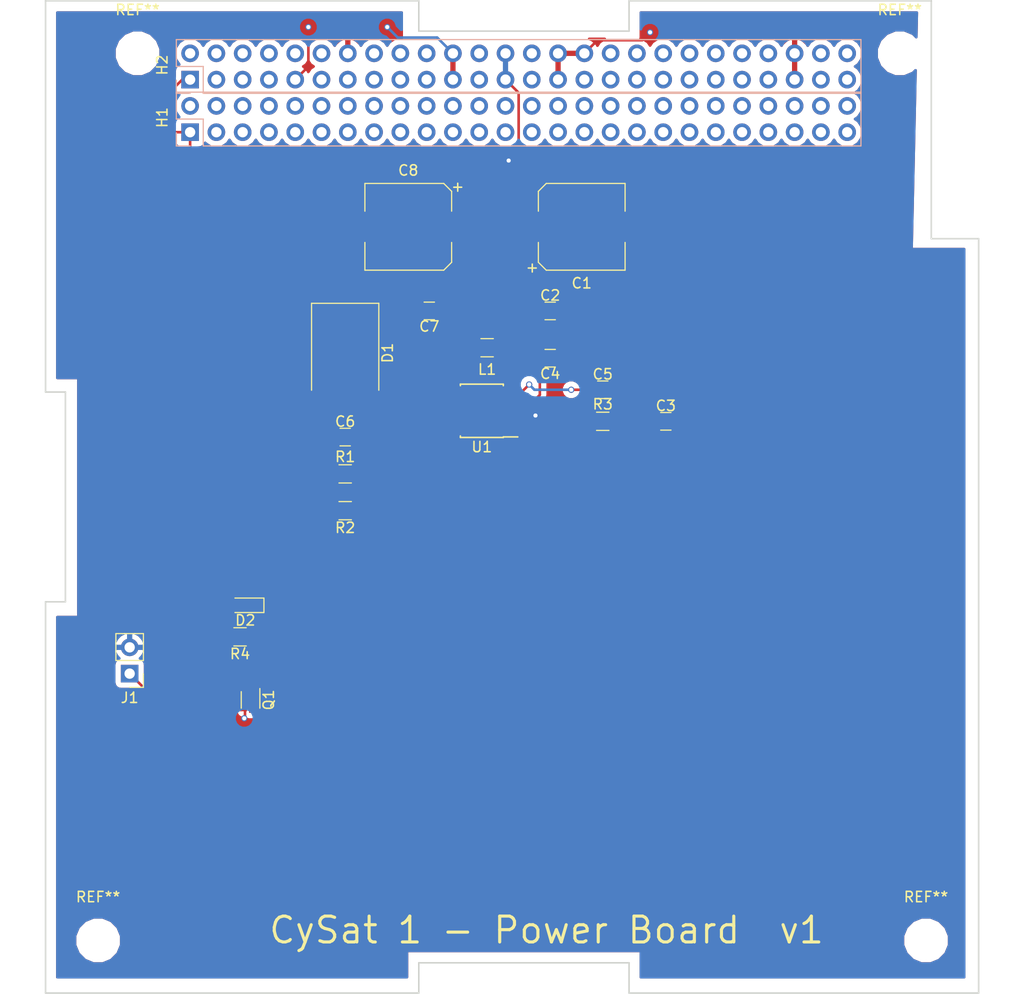
<source format=kicad_pcb>
(kicad_pcb (version 4) (host pcbnew 4.0.7)

  (general
    (links 50)
    (no_connects 2)
    (area 82.360093 28.932637 198.787143 144.345)
    (thickness 1.6)
    (drawings 19)
    (tracks 93)
    (zones 0)
    (modules 24)
    (nets 101)
  )

  (page A4)
  (layers
    (0 F.Cu signal)
    (31 B.Cu signal)
    (32 B.Adhes user)
    (33 F.Adhes user)
    (34 B.Paste user)
    (35 F.Paste user)
    (36 B.SilkS user)
    (37 F.SilkS user)
    (38 B.Mask user)
    (39 F.Mask user)
    (40 Dwgs.User user)
    (41 Cmts.User user)
    (42 Eco1.User user)
    (43 Eco2.User user)
    (44 Edge.Cuts user)
    (45 Margin user)
    (46 B.CrtYd user)
    (47 F.CrtYd user)
    (48 B.Fab user)
    (49 F.Fab user)
  )

  (setup
    (last_trace_width 0.25)
    (trace_clearance 0.2)
    (zone_clearance 0.508)
    (zone_45_only no)
    (trace_min 0.2)
    (segment_width 0.2)
    (edge_width 0.15)
    (via_size 0.6)
    (via_drill 0.4)
    (via_min_size 0.4)
    (via_min_drill 0.3)
    (uvia_size 0.3)
    (uvia_drill 0.1)
    (uvias_allowed no)
    (uvia_min_size 0.2)
    (uvia_min_drill 0.1)
    (pcb_text_width 0.3)
    (pcb_text_size 1.5 1.5)
    (mod_edge_width 0.15)
    (mod_text_size 1 1)
    (mod_text_width 0.15)
    (pad_size 0.7 1.3)
    (pad_drill 0)
    (pad_to_mask_clearance 0.2)
    (aux_axis_origin 0 0)
    (visible_elements FFFFFF7F)
    (pcbplotparams
      (layerselection 0x010f8_80000001)
      (usegerberextensions false)
      (excludeedgelayer true)
      (linewidth 0.100000)
      (plotframeref false)
      (viasonmask false)
      (mode 1)
      (useauxorigin false)
      (hpglpennumber 1)
      (hpglpenspeed 20)
      (hpglpendiameter 15)
      (hpglpenoverlay 2)
      (psnegative false)
      (psa4output false)
      (plotreference true)
      (plotvalue true)
      (plotinvisibletext false)
      (padsonsilk false)
      (subtractmaskfromsilk false)
      (outputformat 1)
      (mirror false)
      (drillshape 0)
      (scaleselection 1)
      (outputdirectory /home/william/Documents/Classwork/AroE294/CySat-Powerboard/schematic/gerber/))
  )

  (net 0 "")
  (net 1 +5V)
  (net 2 GND)
  (net 3 "Net-(C3-Pad1)")
  (net 4 "Net-(C5-Pad1)")
  (net 5 "Net-(C6-Pad2)")
  (net 6 +8V)
  (net 7 "Net-(D1-Pad2)")
  (net 8 "Net-(D2-Pad2)")
  (net 9 Pri_Deploy)
  (net 10 "Net-(H1-Pad2)")
  (net 11 "Net-(H1-Pad3)")
  (net 12 "Net-(H1-Pad4)")
  (net 13 "Net-(H1-Pad5)")
  (net 14 "Net-(H1-Pad6)")
  (net 15 "Net-(H1-Pad7)")
  (net 16 "Net-(H1-Pad8)")
  (net 17 "Net-(H1-Pad9)")
  (net 18 "Net-(H1-Pad10)")
  (net 19 "Net-(H1-Pad11)")
  (net 20 "Net-(H1-Pad12)")
  (net 21 "Net-(H1-Pad13)")
  (net 22 "Net-(H1-Pad14)")
  (net 23 "Net-(H1-Pad15)")
  (net 24 "Net-(H1-Pad16)")
  (net 25 "Net-(H1-Pad17)")
  (net 26 "Net-(H1-Pad18)")
  (net 27 "Net-(H1-Pad19)")
  (net 28 "Net-(H1-Pad20)")
  (net 29 "Net-(H1-Pad21)")
  (net 30 "Net-(H1-Pad22)")
  (net 31 "Net-(H1-Pad23)")
  (net 32 "Net-(H1-Pad24)")
  (net 33 "Net-(H1-Pad25)")
  (net 34 "Net-(H1-Pad26)")
  (net 35 "Net-(H1-Pad27)")
  (net 36 "Net-(H1-Pad28)")
  (net 37 "Net-(H1-Pad29)")
  (net 38 "Net-(H1-Pad30)")
  (net 39 "Net-(H1-Pad31)")
  (net 40 "Net-(H1-Pad32)")
  (net 41 "Net-(H1-Pad33)")
  (net 42 "Net-(H1-Pad34)")
  (net 43 "Net-(H1-Pad35)")
  (net 44 "Net-(H1-Pad36)")
  (net 45 "Net-(H1-Pad37)")
  (net 46 "Net-(H1-Pad38)")
  (net 47 "Net-(H1-Pad39)")
  (net 48 "Net-(H1-Pad40)")
  (net 49 "Net-(H1-Pad41)")
  (net 50 "Net-(H1-Pad42)")
  (net 51 "Net-(H1-Pad43)")
  (net 52 "Net-(H1-Pad44)")
  (net 53 "Net-(H1-Pad45)")
  (net 54 "Net-(H1-Pad46)")
  (net 55 "Net-(H1-Pad47)")
  (net 56 "Net-(H1-Pad48)")
  (net 57 "Net-(H1-Pad49)")
  (net 58 "Net-(H1-Pad50)")
  (net 59 "Net-(H1-Pad51)")
  (net 60 "Net-(H1-Pad52)")
  (net 61 "Net-(H2-Pad2)")
  (net 62 "Net-(H2-Pad3)")
  (net 63 "Net-(H2-Pad4)")
  (net 64 "Net-(H2-Pad5)")
  (net 65 "Net-(H2-Pad6)")
  (net 66 "Net-(H2-Pad7)")
  (net 67 "Net-(H2-Pad8)")
  (net 68 "Net-(H2-Pad10)")
  (net 69 "Net-(H2-Pad11)")
  (net 70 "Net-(H2-Pad12)")
  (net 71 "Net-(H2-Pad13)")
  (net 72 "Net-(H2-Pad15)")
  (net 73 "Net-(H2-Pad16)")
  (net 74 "Net-(H2-Pad18)")
  (net 75 "Net-(H2-Pad19)")
  (net 76 "Net-(H2-Pad20)")
  (net 77 "Net-(H2-Pad23)")
  (net 78 "Net-(H2-Pad24)")
  (net 79 +3V3)
  (net 80 "Net-(H2-Pad31)")
  (net 81 "Net-(H2-Pad33)")
  (net 82 "Net-(H2-Pad34)")
  (net 83 "Net-(H2-Pad35)")
  (net 84 "Net-(H2-Pad36)")
  (net 85 "Net-(H2-Pad37)")
  (net 86 "Net-(H2-Pad38)")
  (net 87 "Net-(H2-Pad39)")
  (net 88 "Net-(H2-Pad40)")
  (net 89 "Net-(H2-Pad41)")
  (net 90 "Net-(H2-Pad42)")
  (net 91 "Net-(H2-Pad43)")
  (net 92 "Net-(H2-Pad44)")
  (net 93 "Net-(H2-Pad45)")
  (net 94 "Net-(H2-Pad46)")
  (net 95 "Net-(H2-Pad49)")
  (net 96 "Net-(H2-Pad50)")
  (net 97 "Net-(H2-Pad51)")
  (net 98 "Net-(H2-Pad52)")
  (net 99 LineDeploymentDevice)
  (net 100 "Net-(R1-Pad2)")

  (net_class Default "This is the default net class."
    (clearance 0.2)
    (trace_width 0.25)
    (via_dia 0.6)
    (via_drill 0.4)
    (uvia_dia 0.3)
    (uvia_drill 0.1)
    (add_net +3V3)
    (add_net +5V)
    (add_net +8V)
    (add_net GND)
    (add_net LineDeploymentDevice)
    (add_net "Net-(C3-Pad1)")
    (add_net "Net-(C5-Pad1)")
    (add_net "Net-(C6-Pad2)")
    (add_net "Net-(D1-Pad2)")
    (add_net "Net-(D2-Pad2)")
    (add_net "Net-(H1-Pad10)")
    (add_net "Net-(H1-Pad11)")
    (add_net "Net-(H1-Pad12)")
    (add_net "Net-(H1-Pad13)")
    (add_net "Net-(H1-Pad14)")
    (add_net "Net-(H1-Pad15)")
    (add_net "Net-(H1-Pad16)")
    (add_net "Net-(H1-Pad17)")
    (add_net "Net-(H1-Pad18)")
    (add_net "Net-(H1-Pad19)")
    (add_net "Net-(H1-Pad2)")
    (add_net "Net-(H1-Pad20)")
    (add_net "Net-(H1-Pad21)")
    (add_net "Net-(H1-Pad22)")
    (add_net "Net-(H1-Pad23)")
    (add_net "Net-(H1-Pad24)")
    (add_net "Net-(H1-Pad25)")
    (add_net "Net-(H1-Pad26)")
    (add_net "Net-(H1-Pad27)")
    (add_net "Net-(H1-Pad28)")
    (add_net "Net-(H1-Pad29)")
    (add_net "Net-(H1-Pad3)")
    (add_net "Net-(H1-Pad30)")
    (add_net "Net-(H1-Pad31)")
    (add_net "Net-(H1-Pad32)")
    (add_net "Net-(H1-Pad33)")
    (add_net "Net-(H1-Pad34)")
    (add_net "Net-(H1-Pad35)")
    (add_net "Net-(H1-Pad36)")
    (add_net "Net-(H1-Pad37)")
    (add_net "Net-(H1-Pad38)")
    (add_net "Net-(H1-Pad39)")
    (add_net "Net-(H1-Pad4)")
    (add_net "Net-(H1-Pad40)")
    (add_net "Net-(H1-Pad41)")
    (add_net "Net-(H1-Pad42)")
    (add_net "Net-(H1-Pad43)")
    (add_net "Net-(H1-Pad44)")
    (add_net "Net-(H1-Pad45)")
    (add_net "Net-(H1-Pad46)")
    (add_net "Net-(H1-Pad47)")
    (add_net "Net-(H1-Pad48)")
    (add_net "Net-(H1-Pad49)")
    (add_net "Net-(H1-Pad5)")
    (add_net "Net-(H1-Pad50)")
    (add_net "Net-(H1-Pad51)")
    (add_net "Net-(H1-Pad52)")
    (add_net "Net-(H1-Pad6)")
    (add_net "Net-(H1-Pad7)")
    (add_net "Net-(H1-Pad8)")
    (add_net "Net-(H1-Pad9)")
    (add_net "Net-(H2-Pad10)")
    (add_net "Net-(H2-Pad11)")
    (add_net "Net-(H2-Pad12)")
    (add_net "Net-(H2-Pad13)")
    (add_net "Net-(H2-Pad15)")
    (add_net "Net-(H2-Pad16)")
    (add_net "Net-(H2-Pad18)")
    (add_net "Net-(H2-Pad19)")
    (add_net "Net-(H2-Pad2)")
    (add_net "Net-(H2-Pad20)")
    (add_net "Net-(H2-Pad23)")
    (add_net "Net-(H2-Pad24)")
    (add_net "Net-(H2-Pad3)")
    (add_net "Net-(H2-Pad31)")
    (add_net "Net-(H2-Pad33)")
    (add_net "Net-(H2-Pad34)")
    (add_net "Net-(H2-Pad35)")
    (add_net "Net-(H2-Pad36)")
    (add_net "Net-(H2-Pad37)")
    (add_net "Net-(H2-Pad38)")
    (add_net "Net-(H2-Pad39)")
    (add_net "Net-(H2-Pad4)")
    (add_net "Net-(H2-Pad40)")
    (add_net "Net-(H2-Pad41)")
    (add_net "Net-(H2-Pad42)")
    (add_net "Net-(H2-Pad43)")
    (add_net "Net-(H2-Pad44)")
    (add_net "Net-(H2-Pad45)")
    (add_net "Net-(H2-Pad46)")
    (add_net "Net-(H2-Pad49)")
    (add_net "Net-(H2-Pad5)")
    (add_net "Net-(H2-Pad50)")
    (add_net "Net-(H2-Pad51)")
    (add_net "Net-(H2-Pad52)")
    (add_net "Net-(H2-Pad6)")
    (add_net "Net-(H2-Pad7)")
    (add_net "Net-(H2-Pad8)")
    (add_net "Net-(R1-Pad2)")
    (add_net Pri_Deploy)
  )

  (module Capacitors_SMD:CP_Elec_8x10.5 (layer F.Cu) (tedit 58AA8BC3) (tstamp 5B366FA3)
    (at 155.956 70.104)
    (descr "SMT capacitor, aluminium electrolytic, 8x10.5")
    (path /5B2D4808)
    (attr smd)
    (fp_text reference C1 (at 0 5.45) (layer F.SilkS)
      (effects (font (size 1 1) (thickness 0.15)))
    )
    (fp_text value 470uF (at 0 -5.45) (layer F.Fab)
      (effects (font (size 1 1) (thickness 0.15)))
    )
    (fp_circle (center 0 0) (end 1.3 3.7) (layer F.Fab) (width 0.1))
    (fp_text user + (at -2.27 -0.08) (layer F.Fab)
      (effects (font (size 1 1) (thickness 0.15)))
    )
    (fp_text user + (at -4.78 3.91) (layer F.SilkS)
      (effects (font (size 1 1) (thickness 0.15)))
    )
    (fp_text user %R (at 0 5.45) (layer F.Fab)
      (effects (font (size 1 1) (thickness 0.15)))
    )
    (fp_line (start 4.04 4.04) (end 4.04 -4.04) (layer F.Fab) (width 0.1))
    (fp_line (start -3.37 4.04) (end 4.04 4.04) (layer F.Fab) (width 0.1))
    (fp_line (start -4.04 3.37) (end -3.37 4.04) (layer F.Fab) (width 0.1))
    (fp_line (start -4.04 -3.37) (end -4.04 3.37) (layer F.Fab) (width 0.1))
    (fp_line (start -3.37 -4.04) (end -4.04 -3.37) (layer F.Fab) (width 0.1))
    (fp_line (start 4.04 -4.04) (end -3.37 -4.04) (layer F.Fab) (width 0.1))
    (fp_line (start -4.19 3.43) (end -4.19 1.51) (layer F.SilkS) (width 0.12))
    (fp_line (start -4.19 -3.43) (end -4.19 -1.51) (layer F.SilkS) (width 0.12))
    (fp_line (start 4.19 4.19) (end 4.19 1.51) (layer F.SilkS) (width 0.12))
    (fp_line (start 4.19 -4.19) (end 4.19 -1.51) (layer F.SilkS) (width 0.12))
    (fp_line (start 4.19 4.19) (end -3.43 4.19) (layer F.SilkS) (width 0.12))
    (fp_line (start -3.43 4.19) (end -4.19 3.43) (layer F.SilkS) (width 0.12))
    (fp_line (start -4.19 -3.43) (end -3.43 -4.19) (layer F.SilkS) (width 0.12))
    (fp_line (start -3.43 -4.19) (end 4.19 -4.19) (layer F.SilkS) (width 0.12))
    (fp_line (start -5.3 -4.29) (end 5.3 -4.29) (layer F.CrtYd) (width 0.05))
    (fp_line (start -5.3 -4.29) (end -5.3 4.29) (layer F.CrtYd) (width 0.05))
    (fp_line (start 5.3 4.29) (end 5.3 -4.29) (layer F.CrtYd) (width 0.05))
    (fp_line (start 5.3 4.29) (end -5.3 4.29) (layer F.CrtYd) (width 0.05))
    (pad 1 smd rect (at -3.05 0 180) (size 4 2.5) (layers F.Cu F.Paste F.Mask)
      (net 1 +5V))
    (pad 2 smd rect (at 3.05 0 180) (size 4 2.5) (layers F.Cu F.Paste F.Mask)
      (net 2 GND))
    (model Capacitors_SMD.3dshapes/CP_Elec_8x10.5.wrl
      (at (xyz 0 0 0))
      (scale (xyz 1 1 1))
      (rotate (xyz 0 0 180))
    )
  )

  (module Capacitors_SMD:C_0805 (layer F.Cu) (tedit 58AA8463) (tstamp 5B366FA9)
    (at 152.908 78.232)
    (descr "Capacitor SMD 0805, reflow soldering, AVX (see smccp.pdf)")
    (tags "capacitor 0805")
    (path /5B2D47AB)
    (attr smd)
    (fp_text reference C2 (at 0 -1.5) (layer F.SilkS)
      (effects (font (size 1 1) (thickness 0.15)))
    )
    (fp_text value 10uF (at 0 1.75) (layer F.Fab)
      (effects (font (size 1 1) (thickness 0.15)))
    )
    (fp_text user %R (at 0 -1.5) (layer F.Fab)
      (effects (font (size 1 1) (thickness 0.15)))
    )
    (fp_line (start -1 0.62) (end -1 -0.62) (layer F.Fab) (width 0.1))
    (fp_line (start 1 0.62) (end -1 0.62) (layer F.Fab) (width 0.1))
    (fp_line (start 1 -0.62) (end 1 0.62) (layer F.Fab) (width 0.1))
    (fp_line (start -1 -0.62) (end 1 -0.62) (layer F.Fab) (width 0.1))
    (fp_line (start 0.5 -0.85) (end -0.5 -0.85) (layer F.SilkS) (width 0.12))
    (fp_line (start -0.5 0.85) (end 0.5 0.85) (layer F.SilkS) (width 0.12))
    (fp_line (start -1.75 -0.88) (end 1.75 -0.88) (layer F.CrtYd) (width 0.05))
    (fp_line (start -1.75 -0.88) (end -1.75 0.87) (layer F.CrtYd) (width 0.05))
    (fp_line (start 1.75 0.87) (end 1.75 -0.88) (layer F.CrtYd) (width 0.05))
    (fp_line (start 1.75 0.87) (end -1.75 0.87) (layer F.CrtYd) (width 0.05))
    (pad 1 smd rect (at -1 0) (size 1 1.25) (layers F.Cu F.Paste F.Mask)
      (net 1 +5V))
    (pad 2 smd rect (at 1 0) (size 1 1.25) (layers F.Cu F.Paste F.Mask)
      (net 2 GND))
    (model Capacitors_SMD.3dshapes/C_0805.wrl
      (at (xyz 0 0 0))
      (scale (xyz 1 1 1))
      (rotate (xyz 0 0 0))
    )
  )

  (module Capacitors_SMD:C_0805 (layer F.Cu) (tedit 58AA8463) (tstamp 5B366FAF)
    (at 164.084 88.9)
    (descr "Capacitor SMD 0805, reflow soldering, AVX (see smccp.pdf)")
    (tags "capacitor 0805")
    (path /5B2D45D4)
    (attr smd)
    (fp_text reference C3 (at 0 -1.5) (layer F.SilkS)
      (effects (font (size 1 1) (thickness 0.15)))
    )
    (fp_text value 2.2nF (at 0 1.75) (layer F.Fab)
      (effects (font (size 1 1) (thickness 0.15)))
    )
    (fp_text user %R (at 0 -1.5) (layer F.Fab)
      (effects (font (size 1 1) (thickness 0.15)))
    )
    (fp_line (start -1 0.62) (end -1 -0.62) (layer F.Fab) (width 0.1))
    (fp_line (start 1 0.62) (end -1 0.62) (layer F.Fab) (width 0.1))
    (fp_line (start 1 -0.62) (end 1 0.62) (layer F.Fab) (width 0.1))
    (fp_line (start -1 -0.62) (end 1 -0.62) (layer F.Fab) (width 0.1))
    (fp_line (start 0.5 -0.85) (end -0.5 -0.85) (layer F.SilkS) (width 0.12))
    (fp_line (start -0.5 0.85) (end 0.5 0.85) (layer F.SilkS) (width 0.12))
    (fp_line (start -1.75 -0.88) (end 1.75 -0.88) (layer F.CrtYd) (width 0.05))
    (fp_line (start -1.75 -0.88) (end -1.75 0.87) (layer F.CrtYd) (width 0.05))
    (fp_line (start 1.75 0.87) (end 1.75 -0.88) (layer F.CrtYd) (width 0.05))
    (fp_line (start 1.75 0.87) (end -1.75 0.87) (layer F.CrtYd) (width 0.05))
    (pad 1 smd rect (at -1 0) (size 1 1.25) (layers F.Cu F.Paste F.Mask)
      (net 3 "Net-(C3-Pad1)"))
    (pad 2 smd rect (at 1 0) (size 1 1.25) (layers F.Cu F.Paste F.Mask)
      (net 2 GND))
    (model Capacitors_SMD.3dshapes/C_0805.wrl
      (at (xyz 0 0 0))
      (scale (xyz 1 1 1))
      (rotate (xyz 0 0 0))
    )
  )

  (module Capacitors_SMD:C_0805 (layer F.Cu) (tedit 58AA8463) (tstamp 5B366FB5)
    (at 152.908 82.804 180)
    (descr "Capacitor SMD 0805, reflow soldering, AVX (see smccp.pdf)")
    (tags "capacitor 0805")
    (path /5B2D447E)
    (attr smd)
    (fp_text reference C4 (at 0 -1.5 180) (layer F.SilkS)
      (effects (font (size 1 1) (thickness 0.15)))
    )
    (fp_text value 1uF (at 0 1.75 180) (layer F.Fab)
      (effects (font (size 1 1) (thickness 0.15)))
    )
    (fp_text user %R (at 0 -1.5 180) (layer F.Fab)
      (effects (font (size 1 1) (thickness 0.15)))
    )
    (fp_line (start -1 0.62) (end -1 -0.62) (layer F.Fab) (width 0.1))
    (fp_line (start 1 0.62) (end -1 0.62) (layer F.Fab) (width 0.1))
    (fp_line (start 1 -0.62) (end 1 0.62) (layer F.Fab) (width 0.1))
    (fp_line (start -1 -0.62) (end 1 -0.62) (layer F.Fab) (width 0.1))
    (fp_line (start 0.5 -0.85) (end -0.5 -0.85) (layer F.SilkS) (width 0.12))
    (fp_line (start -0.5 0.85) (end 0.5 0.85) (layer F.SilkS) (width 0.12))
    (fp_line (start -1.75 -0.88) (end 1.75 -0.88) (layer F.CrtYd) (width 0.05))
    (fp_line (start -1.75 -0.88) (end -1.75 0.87) (layer F.CrtYd) (width 0.05))
    (fp_line (start 1.75 0.87) (end 1.75 -0.88) (layer F.CrtYd) (width 0.05))
    (fp_line (start 1.75 0.87) (end -1.75 0.87) (layer F.CrtYd) (width 0.05))
    (pad 1 smd rect (at -1 0 180) (size 1 1.25) (layers F.Cu F.Paste F.Mask)
      (net 2 GND))
    (pad 2 smd rect (at 1 0 180) (size 1 1.25) (layers F.Cu F.Paste F.Mask)
      (net 1 +5V))
    (model Capacitors_SMD.3dshapes/C_0805.wrl
      (at (xyz 0 0 0))
      (scale (xyz 1 1 1))
      (rotate (xyz 0 0 0))
    )
  )

  (module Capacitors_SMD:C_0805 (layer F.Cu) (tedit 58AA8463) (tstamp 5B366FBB)
    (at 157.988 85.852)
    (descr "Capacitor SMD 0805, reflow soldering, AVX (see smccp.pdf)")
    (tags "capacitor 0805")
    (path /5B2D44E2)
    (attr smd)
    (fp_text reference C5 (at 0 -1.5) (layer F.SilkS)
      (effects (font (size 1 1) (thickness 0.15)))
    )
    (fp_text value 47pF (at 0 1.75) (layer F.Fab)
      (effects (font (size 1 1) (thickness 0.15)))
    )
    (fp_text user %R (at 0 -1.5) (layer F.Fab)
      (effects (font (size 1 1) (thickness 0.15)))
    )
    (fp_line (start -1 0.62) (end -1 -0.62) (layer F.Fab) (width 0.1))
    (fp_line (start 1 0.62) (end -1 0.62) (layer F.Fab) (width 0.1))
    (fp_line (start 1 -0.62) (end 1 0.62) (layer F.Fab) (width 0.1))
    (fp_line (start -1 -0.62) (end 1 -0.62) (layer F.Fab) (width 0.1))
    (fp_line (start 0.5 -0.85) (end -0.5 -0.85) (layer F.SilkS) (width 0.12))
    (fp_line (start -0.5 0.85) (end 0.5 0.85) (layer F.SilkS) (width 0.12))
    (fp_line (start -1.75 -0.88) (end 1.75 -0.88) (layer F.CrtYd) (width 0.05))
    (fp_line (start -1.75 -0.88) (end -1.75 0.87) (layer F.CrtYd) (width 0.05))
    (fp_line (start 1.75 0.87) (end 1.75 -0.88) (layer F.CrtYd) (width 0.05))
    (fp_line (start 1.75 0.87) (end -1.75 0.87) (layer F.CrtYd) (width 0.05))
    (pad 1 smd rect (at -1 0) (size 1 1.25) (layers F.Cu F.Paste F.Mask)
      (net 4 "Net-(C5-Pad1)"))
    (pad 2 smd rect (at 1 0) (size 1 1.25) (layers F.Cu F.Paste F.Mask)
      (net 2 GND))
    (model Capacitors_SMD.3dshapes/C_0805.wrl
      (at (xyz 0 0 0))
      (scale (xyz 1 1 1))
      (rotate (xyz 0 0 0))
    )
  )

  (module Capacitors_SMD:C_0805 (layer F.Cu) (tedit 58AA8463) (tstamp 5B366FC1)
    (at 133.096 90.424)
    (descr "Capacitor SMD 0805, reflow soldering, AVX (see smccp.pdf)")
    (tags "capacitor 0805")
    (path /5B2D4650)
    (attr smd)
    (fp_text reference C6 (at 0 -1.5) (layer F.SilkS)
      (effects (font (size 1 1) (thickness 0.15)))
    )
    (fp_text value 10nF (at 0 1.75) (layer F.Fab)
      (effects (font (size 1 1) (thickness 0.15)))
    )
    (fp_text user %R (at 0 -1.5) (layer F.Fab)
      (effects (font (size 1 1) (thickness 0.15)))
    )
    (fp_line (start -1 0.62) (end -1 -0.62) (layer F.Fab) (width 0.1))
    (fp_line (start 1 0.62) (end -1 0.62) (layer F.Fab) (width 0.1))
    (fp_line (start 1 -0.62) (end 1 0.62) (layer F.Fab) (width 0.1))
    (fp_line (start -1 -0.62) (end 1 -0.62) (layer F.Fab) (width 0.1))
    (fp_line (start 0.5 -0.85) (end -0.5 -0.85) (layer F.SilkS) (width 0.12))
    (fp_line (start -0.5 0.85) (end 0.5 0.85) (layer F.SilkS) (width 0.12))
    (fp_line (start -1.75 -0.88) (end 1.75 -0.88) (layer F.CrtYd) (width 0.05))
    (fp_line (start -1.75 -0.88) (end -1.75 0.87) (layer F.CrtYd) (width 0.05))
    (fp_line (start 1.75 0.87) (end 1.75 -0.88) (layer F.CrtYd) (width 0.05))
    (fp_line (start 1.75 0.87) (end -1.75 0.87) (layer F.CrtYd) (width 0.05))
    (pad 1 smd rect (at -1 0) (size 1 1.25) (layers F.Cu F.Paste F.Mask)
      (net 2 GND))
    (pad 2 smd rect (at 1 0) (size 1 1.25) (layers F.Cu F.Paste F.Mask)
      (net 5 "Net-(C6-Pad2)"))
    (model Capacitors_SMD.3dshapes/C_0805.wrl
      (at (xyz 0 0 0))
      (scale (xyz 1 1 1))
      (rotate (xyz 0 0 0))
    )
  )

  (module Capacitors_SMD:C_0805 (layer F.Cu) (tedit 58AA8463) (tstamp 5B366FC7)
    (at 141.224 78.232 180)
    (descr "Capacitor SMD 0805, reflow soldering, AVX (see smccp.pdf)")
    (tags "capacitor 0805")
    (path /5B2D4869)
    (attr smd)
    (fp_text reference C7 (at 0 -1.5 180) (layer F.SilkS)
      (effects (font (size 1 1) (thickness 0.15)))
    )
    (fp_text value 10uF (at 0 1.75 180) (layer F.Fab)
      (effects (font (size 1 1) (thickness 0.15)))
    )
    (fp_text user %R (at 0 -1.5 180) (layer F.Fab)
      (effects (font (size 1 1) (thickness 0.15)))
    )
    (fp_line (start -1 0.62) (end -1 -0.62) (layer F.Fab) (width 0.1))
    (fp_line (start 1 0.62) (end -1 0.62) (layer F.Fab) (width 0.1))
    (fp_line (start 1 -0.62) (end 1 0.62) (layer F.Fab) (width 0.1))
    (fp_line (start -1 -0.62) (end 1 -0.62) (layer F.Fab) (width 0.1))
    (fp_line (start 0.5 -0.85) (end -0.5 -0.85) (layer F.SilkS) (width 0.12))
    (fp_line (start -0.5 0.85) (end 0.5 0.85) (layer F.SilkS) (width 0.12))
    (fp_line (start -1.75 -0.88) (end 1.75 -0.88) (layer F.CrtYd) (width 0.05))
    (fp_line (start -1.75 -0.88) (end -1.75 0.87) (layer F.CrtYd) (width 0.05))
    (fp_line (start 1.75 0.87) (end 1.75 -0.88) (layer F.CrtYd) (width 0.05))
    (fp_line (start 1.75 0.87) (end -1.75 0.87) (layer F.CrtYd) (width 0.05))
    (pad 1 smd rect (at -1 0 180) (size 1 1.25) (layers F.Cu F.Paste F.Mask)
      (net 6 +8V))
    (pad 2 smd rect (at 1 0 180) (size 1 1.25) (layers F.Cu F.Paste F.Mask)
      (net 2 GND))
    (model Capacitors_SMD.3dshapes/C_0805.wrl
      (at (xyz 0 0 0))
      (scale (xyz 1 1 1))
      (rotate (xyz 0 0 0))
    )
  )

  (module Capacitors_SMD:CP_Elec_8x10 (layer F.Cu) (tedit 58AA9153) (tstamp 5B366FCD)
    (at 139.192 70.104 180)
    (descr "SMT capacitor, aluminium electrolytic, 8x10")
    (path /5B2D48D0)
    (attr smd)
    (fp_text reference C8 (at 0 5.45 180) (layer F.SilkS)
      (effects (font (size 1 1) (thickness 0.15)))
    )
    (fp_text value 470uF (at 0 -5.45 180) (layer F.Fab)
      (effects (font (size 1 1) (thickness 0.15)))
    )
    (fp_circle (center 0 0) (end -0.6 3.9) (layer F.Fab) (width 0.1))
    (fp_text user + (at -2.31 -0.08 180) (layer F.Fab)
      (effects (font (size 1 1) (thickness 0.15)))
    )
    (fp_text user + (at -4.78 3.9 180) (layer F.SilkS)
      (effects (font (size 1 1) (thickness 0.15)))
    )
    (fp_text user %R (at 0 5.45 180) (layer F.Fab)
      (effects (font (size 1 1) (thickness 0.15)))
    )
    (fp_line (start 4.04 4.04) (end 4.04 -4.04) (layer F.Fab) (width 0.1))
    (fp_line (start -3.37 4.04) (end 4.04 4.04) (layer F.Fab) (width 0.1))
    (fp_line (start -4.04 3.37) (end -3.37 4.04) (layer F.Fab) (width 0.1))
    (fp_line (start -4.04 -3.37) (end -4.04 3.37) (layer F.Fab) (width 0.1))
    (fp_line (start -3.37 -4.04) (end -4.04 -3.37) (layer F.Fab) (width 0.1))
    (fp_line (start 4.04 -4.04) (end -3.37 -4.04) (layer F.Fab) (width 0.1))
    (fp_line (start 4.19 4.19) (end 4.19 1.51) (layer F.SilkS) (width 0.12))
    (fp_line (start 4.19 -4.19) (end 4.19 -1.51) (layer F.SilkS) (width 0.12))
    (fp_line (start -4.19 -3.43) (end -4.19 -1.51) (layer F.SilkS) (width 0.12))
    (fp_line (start -4.19 3.43) (end -4.19 1.51) (layer F.SilkS) (width 0.12))
    (fp_line (start 4.19 4.19) (end -3.43 4.19) (layer F.SilkS) (width 0.12))
    (fp_line (start -3.43 4.19) (end -4.19 3.43) (layer F.SilkS) (width 0.12))
    (fp_line (start -4.19 -3.43) (end -3.43 -4.19) (layer F.SilkS) (width 0.12))
    (fp_line (start -3.43 -4.19) (end 4.19 -4.19) (layer F.SilkS) (width 0.12))
    (fp_line (start -5.3 -4.29) (end 5.3 -4.29) (layer F.CrtYd) (width 0.05))
    (fp_line (start -5.3 -4.29) (end -5.3 4.29) (layer F.CrtYd) (width 0.05))
    (fp_line (start 5.3 4.29) (end 5.3 -4.29) (layer F.CrtYd) (width 0.05))
    (fp_line (start 5.3 4.29) (end -5.3 4.29) (layer F.CrtYd) (width 0.05))
    (pad 1 smd rect (at -3.05 0) (size 4 2.5) (layers F.Cu F.Paste F.Mask)
      (net 6 +8V))
    (pad 2 smd rect (at 3.05 0) (size 4 2.5) (layers F.Cu F.Paste F.Mask)
      (net 2 GND))
    (model Capacitors_SMD.3dshapes/CP_Elec_8x10.wrl
      (at (xyz 0 0 0))
      (scale (xyz 1 1 1))
      (rotate (xyz 0 0 180))
    )
  )

  (module Diodes_SMD:D_SMC (layer F.Cu) (tedit 5864295D) (tstamp 5B366FD3)
    (at 133.096 82.296 270)
    (descr "Diode SMC (DO-214AB)")
    (tags "Diode SMC (DO-214AB)")
    (path /5B2D438F)
    (attr smd)
    (fp_text reference D1 (at 0 -4.1 270) (layer F.SilkS)
      (effects (font (size 1 1) (thickness 0.15)))
    )
    (fp_text value SS34 (at 0 4.2 270) (layer F.Fab)
      (effects (font (size 1 1) (thickness 0.15)))
    )
    (fp_text user %R (at 0 -1.9 270) (layer F.Fab)
      (effects (font (size 1 1) (thickness 0.15)))
    )
    (fp_line (start -4.8 3.25) (end -4.8 -3.25) (layer F.SilkS) (width 0.12))
    (fp_line (start 3.55 3.1) (end -3.55 3.1) (layer F.Fab) (width 0.1))
    (fp_line (start -3.55 3.1) (end -3.55 -3.1) (layer F.Fab) (width 0.1))
    (fp_line (start 3.55 -3.1) (end 3.55 3.1) (layer F.Fab) (width 0.1))
    (fp_line (start 3.55 -3.1) (end -3.55 -3.1) (layer F.Fab) (width 0.1))
    (fp_line (start -4.9 -3.35) (end 4.9 -3.35) (layer F.CrtYd) (width 0.05))
    (fp_line (start 4.9 -3.35) (end 4.9 3.35) (layer F.CrtYd) (width 0.05))
    (fp_line (start 4.9 3.35) (end -4.9 3.35) (layer F.CrtYd) (width 0.05))
    (fp_line (start -4.9 3.35) (end -4.9 -3.35) (layer F.CrtYd) (width 0.05))
    (fp_line (start -0.64944 0.00102) (end -1.55114 0.00102) (layer F.Fab) (width 0.1))
    (fp_line (start 0.50118 0.00102) (end 1.4994 0.00102) (layer F.Fab) (width 0.1))
    (fp_line (start -0.64944 -0.79908) (end -0.64944 0.80112) (layer F.Fab) (width 0.1))
    (fp_line (start 0.50118 0.75032) (end 0.50118 -0.79908) (layer F.Fab) (width 0.1))
    (fp_line (start -0.64944 0.00102) (end 0.50118 0.75032) (layer F.Fab) (width 0.1))
    (fp_line (start -0.64944 0.00102) (end 0.50118 -0.79908) (layer F.Fab) (width 0.1))
    (fp_line (start -4.8 3.25) (end 3.6 3.25) (layer F.SilkS) (width 0.12))
    (fp_line (start -4.8 -3.25) (end 3.6 -3.25) (layer F.SilkS) (width 0.12))
    (pad 1 smd rect (at -3.4 0) (size 3.3 2.5) (layers F.Cu F.Paste F.Mask)
      (net 6 +8V))
    (pad 2 smd rect (at 3.4 0) (size 3.3 2.5) (layers F.Cu F.Paste F.Mask)
      (net 7 "Net-(D1-Pad2)"))
    (model ${KISYS3DMOD}/Diodes_SMD.3dshapes/D_SMC.wrl
      (at (xyz 0 0 0))
      (scale (xyz 1 1 1))
      (rotate (xyz 0 0 0))
    )
  )

  (module LEDs:LED_0805 (layer F.Cu) (tedit 59959803) (tstamp 5B366FD9)
    (at 123.444 106.68 180)
    (descr "LED 0805 smd package")
    (tags "LED led 0805 SMD smd SMT smt smdled SMDLED smtled SMTLED")
    (path /5B3657B9)
    (attr smd)
    (fp_text reference D2 (at 0 -1.45 180) (layer F.SilkS)
      (effects (font (size 1 1) (thickness 0.15)))
    )
    (fp_text value LED (at 0 1.55 180) (layer F.Fab)
      (effects (font (size 1 1) (thickness 0.15)))
    )
    (fp_line (start -1.8 -0.7) (end -1.8 0.7) (layer F.SilkS) (width 0.12))
    (fp_line (start -0.4 -0.4) (end -0.4 0.4) (layer F.Fab) (width 0.1))
    (fp_line (start -0.4 0) (end 0.2 -0.4) (layer F.Fab) (width 0.1))
    (fp_line (start 0.2 0.4) (end -0.4 0) (layer F.Fab) (width 0.1))
    (fp_line (start 0.2 -0.4) (end 0.2 0.4) (layer F.Fab) (width 0.1))
    (fp_line (start 1 0.6) (end -1 0.6) (layer F.Fab) (width 0.1))
    (fp_line (start 1 -0.6) (end 1 0.6) (layer F.Fab) (width 0.1))
    (fp_line (start -1 -0.6) (end 1 -0.6) (layer F.Fab) (width 0.1))
    (fp_line (start -1 0.6) (end -1 -0.6) (layer F.Fab) (width 0.1))
    (fp_line (start -1.8 0.7) (end 1 0.7) (layer F.SilkS) (width 0.12))
    (fp_line (start -1.8 -0.7) (end 1 -0.7) (layer F.SilkS) (width 0.12))
    (fp_line (start 1.95 -0.85) (end 1.95 0.85) (layer F.CrtYd) (width 0.05))
    (fp_line (start 1.95 0.85) (end -1.95 0.85) (layer F.CrtYd) (width 0.05))
    (fp_line (start -1.95 0.85) (end -1.95 -0.85) (layer F.CrtYd) (width 0.05))
    (fp_line (start -1.95 -0.85) (end 1.95 -0.85) (layer F.CrtYd) (width 0.05))
    (fp_text user %R (at 0 -1.25 180) (layer F.Fab)
      (effects (font (size 0.4 0.4) (thickness 0.1)))
    )
    (pad 2 smd rect (at 1.1 0) (size 1.2 1.2) (layers F.Cu F.Paste F.Mask)
      (net 8 "Net-(D2-Pad2)"))
    (pad 1 smd rect (at -1.1 0) (size 1.2 1.2) (layers F.Cu F.Paste F.Mask)
      (net 2 GND))
    (model ${KISYS3DMOD}/LEDs.3dshapes/LED_0805.wrl
      (at (xyz 0 0 0))
      (scale (xyz 1 1 1))
      (rotate (xyz 0 0 180))
    )
  )

  (module motherboard:CSK_Header (layer F.Cu) (tedit 5B36875C) (tstamp 5B367011)
    (at 117.747319 58.276825 90)
    (descr "Through hole straight socket strip, 2x26, 2.54mm pitch, double rows")
    (tags "Through hole socket strip THT 2x26 2.54mm double row")
    (path /5B3547F5)
    (fp_text reference H1 (at -1.27 -2.33 90) (layer F.SilkS)
      (effects (font (size 1 1) (thickness 0.15)))
    )
    (fp_text value CONN_02X26 (at -1.27 65.83 90) (layer F.Fab)
      (effects (font (size 1 1) (thickness 0.15)))
    )
    (fp_line (start 1.126825 -0.907319) (end 1.126825 65.132681) (layer B.Fab) (width 0.1))
    (fp_line (start 1.126825 65.132681) (end -3.953175 65.132681) (layer B.Fab) (width 0.1))
    (fp_line (start -3.953175 65.132681) (end -3.953175 -0.907319) (layer B.Fab) (width 0.1))
    (fp_line (start -3.953175 -0.907319) (end 1.126825 -0.907319) (layer B.Fab) (width 0.1))
    (fp_line (start -4.013175 1.632681) (end -4.013175 65.192681) (layer B.SilkS) (width 0.12))
    (fp_line (start -4.013175 65.192681) (end 1.186825 65.192681) (layer B.SilkS) (width 0.12))
    (fp_line (start 1.186825 65.192681) (end 1.186825 -0.967319) (layer B.SilkS) (width 0.12))
    (fp_line (start 1.186825 -0.967319) (end -1.413175 -0.967319) (layer B.SilkS) (width 0.12))
    (fp_line (start -1.413175 -0.967319) (end -1.413175 1.632681) (layer B.SilkS) (width 0.12))
    (fp_line (start -1.413175 1.632681) (end -4.013175 1.632681) (layer B.SilkS) (width 0.12))
    (fp_line (start -4.013175 0.362681) (end -4.013175 -0.967319) (layer B.SilkS) (width 0.12))
    (fp_line (start -4.013175 -0.967319) (end -2.743175 -0.967319) (layer B.SilkS) (width 0.12))
    (fp_line (start 1.666825 -1.437319) (end 1.666825 65.662681) (layer B.CrtYd) (width 0.05))
    (fp_line (start 1.666825 65.662681) (end -4.483175 65.662681) (layer B.CrtYd) (width 0.05))
    (fp_line (start -4.483175 65.662681) (end -4.483175 -1.437319) (layer B.CrtYd) (width 0.05))
    (fp_line (start -4.483175 -1.437319) (end 1.666825 -1.437319) (layer B.CrtYd) (width 0.05))
    (fp_text user %R (at -1.27 -2.33 90) (layer F.Fab)
      (effects (font (size 1 1) (thickness 0.15)))
    )
    (pad 1 thru_hole rect (at -2.683175 0.362681 270) (size 1.7 1.7) (drill 1) (layers *.Cu *.Mask)
      (net 9 Pri_Deploy))
    (pad 2 thru_hole oval (at -0.143175 0.362681 270) (size 1.7 1.7) (drill 1) (layers *.Cu *.Mask)
      (net 10 "Net-(H1-Pad2)"))
    (pad 3 thru_hole oval (at -2.683175 2.902681 270) (size 1.7 1.7) (drill 1) (layers *.Cu *.Mask)
      (net 11 "Net-(H1-Pad3)"))
    (pad 4 thru_hole oval (at -0.143175 2.902681 270) (size 1.7 1.7) (drill 1) (layers *.Cu *.Mask)
      (net 12 "Net-(H1-Pad4)"))
    (pad 5 thru_hole oval (at -2.683175 5.442681 270) (size 1.7 1.7) (drill 1) (layers *.Cu *.Mask)
      (net 13 "Net-(H1-Pad5)"))
    (pad 6 thru_hole oval (at -0.143175 5.442681 270) (size 1.7 1.7) (drill 1) (layers *.Cu *.Mask)
      (net 14 "Net-(H1-Pad6)"))
    (pad 7 thru_hole oval (at -2.683175 7.982681 270) (size 1.7 1.7) (drill 1) (layers *.Cu *.Mask)
      (net 15 "Net-(H1-Pad7)"))
    (pad 8 thru_hole oval (at -0.143175 7.982681 270) (size 1.7 1.7) (drill 1) (layers *.Cu *.Mask)
      (net 16 "Net-(H1-Pad8)"))
    (pad 9 thru_hole oval (at -2.683175 10.522681 270) (size 1.7 1.7) (drill 1) (layers *.Cu *.Mask)
      (net 17 "Net-(H1-Pad9)"))
    (pad 10 thru_hole oval (at -0.143175 10.522681 270) (size 1.7 1.7) (drill 1) (layers *.Cu *.Mask)
      (net 18 "Net-(H1-Pad10)"))
    (pad 11 thru_hole oval (at -2.683175 13.062681 270) (size 1.7 1.7) (drill 1) (layers *.Cu *.Mask)
      (net 19 "Net-(H1-Pad11)"))
    (pad 12 thru_hole oval (at -0.143175 13.062681 270) (size 1.7 1.7) (drill 1) (layers *.Cu *.Mask)
      (net 20 "Net-(H1-Pad12)"))
    (pad 13 thru_hole oval (at -2.683175 15.602681 270) (size 1.7 1.7) (drill 1) (layers *.Cu *.Mask)
      (net 21 "Net-(H1-Pad13)"))
    (pad 14 thru_hole oval (at -0.143175 15.602681 270) (size 1.7 1.7) (drill 1) (layers *.Cu *.Mask)
      (net 22 "Net-(H1-Pad14)"))
    (pad 15 thru_hole oval (at -2.683175 18.142681 270) (size 1.7 1.7) (drill 1) (layers *.Cu *.Mask)
      (net 23 "Net-(H1-Pad15)"))
    (pad 16 thru_hole oval (at -0.143175 18.142681 270) (size 1.7 1.7) (drill 1) (layers *.Cu *.Mask)
      (net 24 "Net-(H1-Pad16)"))
    (pad 17 thru_hole oval (at -2.683175 20.682681 270) (size 1.7 1.7) (drill 1) (layers *.Cu *.Mask)
      (net 25 "Net-(H1-Pad17)"))
    (pad 18 thru_hole oval (at -0.143175 20.682681 270) (size 1.7 1.7) (drill 1) (layers *.Cu *.Mask)
      (net 26 "Net-(H1-Pad18)"))
    (pad 19 thru_hole oval (at -2.683175 23.222681 270) (size 1.7 1.7) (drill 1) (layers *.Cu *.Mask)
      (net 27 "Net-(H1-Pad19)"))
    (pad 20 thru_hole oval (at -0.143175 23.222681 270) (size 1.7 1.7) (drill 1) (layers *.Cu *.Mask)
      (net 28 "Net-(H1-Pad20)"))
    (pad 21 thru_hole oval (at -2.683175 25.762681 270) (size 1.7 1.7) (drill 1) (layers *.Cu *.Mask)
      (net 29 "Net-(H1-Pad21)"))
    (pad 22 thru_hole oval (at -0.143175 25.762681 270) (size 1.7 1.7) (drill 1) (layers *.Cu *.Mask)
      (net 30 "Net-(H1-Pad22)"))
    (pad 23 thru_hole oval (at -2.683175 28.302681 270) (size 1.7 1.7) (drill 1) (layers *.Cu *.Mask)
      (net 31 "Net-(H1-Pad23)"))
    (pad 24 thru_hole oval (at -0.143175 28.302681 270) (size 1.7 1.7) (drill 1) (layers *.Cu *.Mask)
      (net 32 "Net-(H1-Pad24)"))
    (pad 25 thru_hole oval (at -2.683175 30.842681 270) (size 1.7 1.7) (drill 1) (layers *.Cu *.Mask)
      (net 33 "Net-(H1-Pad25)"))
    (pad 26 thru_hole oval (at -0.143175 30.842681 270) (size 1.7 1.7) (drill 1) (layers *.Cu *.Mask)
      (net 34 "Net-(H1-Pad26)"))
    (pad 27 thru_hole oval (at -2.683175 33.382681 270) (size 1.7 1.7) (drill 1) (layers *.Cu *.Mask)
      (net 35 "Net-(H1-Pad27)"))
    (pad 28 thru_hole oval (at -0.143175 33.382681 270) (size 1.7 1.7) (drill 1) (layers *.Cu *.Mask)
      (net 36 "Net-(H1-Pad28)"))
    (pad 29 thru_hole oval (at -2.683175 35.922681 270) (size 1.7 1.7) (drill 1) (layers *.Cu *.Mask)
      (net 37 "Net-(H1-Pad29)"))
    (pad 30 thru_hole oval (at -0.143175 35.922681 270) (size 1.7 1.7) (drill 1) (layers *.Cu *.Mask)
      (net 38 "Net-(H1-Pad30)"))
    (pad 31 thru_hole oval (at -2.683175 38.462681 270) (size 1.7 1.7) (drill 1) (layers *.Cu *.Mask)
      (net 39 "Net-(H1-Pad31)"))
    (pad 32 thru_hole oval (at -0.143175 38.462681 270) (size 1.7 1.7) (drill 1) (layers *.Cu *.Mask)
      (net 40 "Net-(H1-Pad32)"))
    (pad 33 thru_hole oval (at -2.683175 41.002681 270) (size 1.7 1.7) (drill 1) (layers *.Cu *.Mask)
      (net 41 "Net-(H1-Pad33)"))
    (pad 34 thru_hole oval (at -0.143175 41.002681 270) (size 1.7 1.7) (drill 1) (layers *.Cu *.Mask)
      (net 42 "Net-(H1-Pad34)"))
    (pad 35 thru_hole oval (at -2.683175 43.542681 270) (size 1.7 1.7) (drill 1) (layers *.Cu *.Mask)
      (net 43 "Net-(H1-Pad35)"))
    (pad 36 thru_hole oval (at -0.143175 43.542681 270) (size 1.7 1.7) (drill 1) (layers *.Cu *.Mask)
      (net 44 "Net-(H1-Pad36)"))
    (pad 37 thru_hole oval (at -2.683175 46.082681 270) (size 1.7 1.7) (drill 1) (layers *.Cu *.Mask)
      (net 45 "Net-(H1-Pad37)"))
    (pad 38 thru_hole oval (at -0.143175 46.082681 270) (size 1.7 1.7) (drill 1) (layers *.Cu *.Mask)
      (net 46 "Net-(H1-Pad38)"))
    (pad 39 thru_hole oval (at -2.683175 48.622681 270) (size 1.7 1.7) (drill 1) (layers *.Cu *.Mask)
      (net 47 "Net-(H1-Pad39)"))
    (pad 40 thru_hole oval (at -0.143175 48.622681 270) (size 1.7 1.7) (drill 1) (layers *.Cu *.Mask)
      (net 48 "Net-(H1-Pad40)"))
    (pad 41 thru_hole oval (at -2.683175 51.162681 270) (size 1.7 1.7) (drill 1) (layers *.Cu *.Mask)
      (net 49 "Net-(H1-Pad41)"))
    (pad 42 thru_hole oval (at -0.143175 51.162681 270) (size 1.7 1.7) (drill 1) (layers *.Cu *.Mask)
      (net 50 "Net-(H1-Pad42)"))
    (pad 43 thru_hole oval (at -2.683175 53.702681 270) (size 1.7 1.7) (drill 1) (layers *.Cu *.Mask)
      (net 51 "Net-(H1-Pad43)"))
    (pad 44 thru_hole oval (at -0.143175 53.702681 270) (size 1.7 1.7) (drill 1) (layers *.Cu *.Mask)
      (net 52 "Net-(H1-Pad44)"))
    (pad 45 thru_hole oval (at -2.683175 56.242681 270) (size 1.7 1.7) (drill 1) (layers *.Cu *.Mask)
      (net 53 "Net-(H1-Pad45)"))
    (pad 46 thru_hole oval (at -0.143175 56.242681 270) (size 1.7 1.7) (drill 1) (layers *.Cu *.Mask)
      (net 54 "Net-(H1-Pad46)"))
    (pad 47 thru_hole oval (at -2.683175 58.782681 270) (size 1.7 1.7) (drill 1) (layers *.Cu *.Mask)
      (net 55 "Net-(H1-Pad47)"))
    (pad 48 thru_hole oval (at -0.143175 58.782681 270) (size 1.7 1.7) (drill 1) (layers *.Cu *.Mask)
      (net 56 "Net-(H1-Pad48)"))
    (pad 49 thru_hole oval (at -2.683175 61.322681 270) (size 1.7 1.7) (drill 1) (layers *.Cu *.Mask)
      (net 57 "Net-(H1-Pad49)"))
    (pad 50 thru_hole oval (at -0.143175 61.322681 270) (size 1.7 1.7) (drill 1) (layers *.Cu *.Mask)
      (net 58 "Net-(H1-Pad50)"))
    (pad 51 thru_hole oval (at -2.683175 63.862681 270) (size 1.7 1.7) (drill 1) (layers *.Cu *.Mask)
      (net 59 "Net-(H1-Pad51)"))
    (pad 52 thru_hole oval (at -0.143175 63.862681 270) (size 1.7 1.7) (drill 1) (layers *.Cu *.Mask)
      (net 60 "Net-(H1-Pad52)"))
    (model ${KISYS3DMOD}/Socket_Strips.3dshapes/Socket_Strip_Straight_2x26_Pitch2.54mm.wrl
      (at (xyz -0.05 -1.25 0))
      (scale (xyz 1 1 1))
      (rotate (xyz 0 0 270))
    )
  )

  (module motherboard:CSK_Header (layer F.Cu) (tedit 5B36869F) (tstamp 5B367049)
    (at 117.747319 53.19682 90)
    (descr "Through hole straight socket strip, 2x26, 2.54mm pitch, double rows")
    (tags "Through hole socket strip THT 2x26 2.54mm double row")
    (path /5B3547F6)
    (fp_text reference H2 (at -1.27 -2.33 90) (layer F.SilkS)
      (effects (font (size 1 1) (thickness 0.15)))
    )
    (fp_text value CONN_02X26 (at -1.27 65.83 90) (layer F.Fab)
      (effects (font (size 1 1) (thickness 0.15)))
    )
    (fp_line (start 1.126825 -0.907319) (end 1.126825 65.132681) (layer B.Fab) (width 0.1))
    (fp_line (start 1.126825 65.132681) (end -3.953175 65.132681) (layer B.Fab) (width 0.1))
    (fp_line (start -3.953175 65.132681) (end -3.953175 -0.907319) (layer B.Fab) (width 0.1))
    (fp_line (start -3.953175 -0.907319) (end 1.126825 -0.907319) (layer B.Fab) (width 0.1))
    (fp_line (start -4.013175 1.632681) (end -4.013175 65.192681) (layer B.SilkS) (width 0.12))
    (fp_line (start -4.013175 65.192681) (end 1.186825 65.192681) (layer B.SilkS) (width 0.12))
    (fp_line (start 1.186825 65.192681) (end 1.186825 -0.967319) (layer B.SilkS) (width 0.12))
    (fp_line (start 1.186825 -0.967319) (end -1.413175 -0.967319) (layer B.SilkS) (width 0.12))
    (fp_line (start -1.413175 -0.967319) (end -1.413175 1.632681) (layer B.SilkS) (width 0.12))
    (fp_line (start -1.413175 1.632681) (end -4.013175 1.632681) (layer B.SilkS) (width 0.12))
    (fp_line (start -4.013175 0.362681) (end -4.013175 -0.967319) (layer B.SilkS) (width 0.12))
    (fp_line (start -4.013175 -0.967319) (end -2.743175 -0.967319) (layer B.SilkS) (width 0.12))
    (fp_line (start 1.666825 -1.437319) (end 1.666825 65.662681) (layer B.CrtYd) (width 0.05))
    (fp_line (start 1.666825 65.662681) (end -4.483175 65.662681) (layer B.CrtYd) (width 0.05))
    (fp_line (start -4.483175 65.662681) (end -4.483175 -1.437319) (layer B.CrtYd) (width 0.05))
    (fp_line (start -4.483175 -1.437319) (end 1.666825 -1.437319) (layer B.CrtYd) (width 0.05))
    (fp_text user %R (at -1.27 -2.33 90) (layer F.Fab)
      (effects (font (size 1 1) (thickness 0.15)))
    )
    (pad 1 thru_hole rect (at -2.683175 0.362681 270) (size 1.7 1.7) (drill 1) (layers *.Cu *.Mask)
      (net 9 Pri_Deploy))
    (pad 2 thru_hole oval (at -0.143175 0.362681 270) (size 1.7 1.7) (drill 1) (layers *.Cu *.Mask)
      (net 61 "Net-(H2-Pad2)"))
    (pad 3 thru_hole oval (at -2.683175 2.902681 270) (size 1.7 1.7) (drill 1) (layers *.Cu *.Mask)
      (net 62 "Net-(H2-Pad3)"))
    (pad 4 thru_hole oval (at -0.143175 2.902681 270) (size 1.7 1.7) (drill 1) (layers *.Cu *.Mask)
      (net 63 "Net-(H2-Pad4)"))
    (pad 5 thru_hole oval (at -2.683175 5.442681 270) (size 1.7 1.7) (drill 1) (layers *.Cu *.Mask)
      (net 64 "Net-(H2-Pad5)"))
    (pad 6 thru_hole oval (at -0.143175 5.442681 270) (size 1.7 1.7) (drill 1) (layers *.Cu *.Mask)
      (net 65 "Net-(H2-Pad6)"))
    (pad 7 thru_hole oval (at -2.683175 7.982681 270) (size 1.7 1.7) (drill 1) (layers *.Cu *.Mask)
      (net 66 "Net-(H2-Pad7)"))
    (pad 8 thru_hole oval (at -0.143175 7.982681 270) (size 1.7 1.7) (drill 1) (layers *.Cu *.Mask)
      (net 67 "Net-(H2-Pad8)"))
    (pad 9 thru_hole oval (at -2.683175 10.522681 270) (size 1.7 1.7) (drill 1) (layers *.Cu *.Mask)
      (net 2 GND))
    (pad 10 thru_hole oval (at -0.143175 10.522681 270) (size 1.7 1.7) (drill 1) (layers *.Cu *.Mask)
      (net 68 "Net-(H2-Pad10)"))
    (pad 11 thru_hole oval (at -2.683175 13.062681 270) (size 1.7 1.7) (drill 1) (layers *.Cu *.Mask)
      (net 69 "Net-(H2-Pad11)"))
    (pad 12 thru_hole oval (at -0.143175 13.062681 270) (size 1.7 1.7) (drill 1) (layers *.Cu *.Mask)
      (net 70 "Net-(H2-Pad12)"))
    (pad 13 thru_hole oval (at -2.683175 15.602681 270) (size 1.7 1.7) (drill 1) (layers *.Cu *.Mask)
      (net 71 "Net-(H2-Pad13)"))
    (pad 14 thru_hole oval (at -0.143175 15.602681 270) (size 1.7 1.7) (drill 1) (layers *.Cu *.Mask)
      (net 2 GND))
    (pad 15 thru_hole oval (at -2.683175 18.142681 270) (size 1.7 1.7) (drill 1) (layers *.Cu *.Mask)
      (net 72 "Net-(H2-Pad15)"))
    (pad 16 thru_hole oval (at -0.143175 18.142681 270) (size 1.7 1.7) (drill 1) (layers *.Cu *.Mask)
      (net 73 "Net-(H2-Pad16)"))
    (pad 17 thru_hole oval (at -2.683175 20.682681 270) (size 1.7 1.7) (drill 1) (layers *.Cu *.Mask)
      (net 2 GND))
    (pad 18 thru_hole oval (at -0.143175 20.682681 270) (size 1.7 1.7) (drill 1) (layers *.Cu *.Mask)
      (net 74 "Net-(H2-Pad18)"))
    (pad 19 thru_hole oval (at -2.683175 23.222681 270) (size 1.7 1.7) (drill 1) (layers *.Cu *.Mask)
      (net 75 "Net-(H2-Pad19)"))
    (pad 20 thru_hole oval (at -0.143175 23.222681 270) (size 1.7 1.7) (drill 1) (layers *.Cu *.Mask)
      (net 76 "Net-(H2-Pad20)"))
    (pad 21 thru_hole oval (at -2.683175 25.762681 270) (size 1.7 1.7) (drill 1) (layers *.Cu *.Mask)
      (net 2 GND))
    (pad 22 thru_hole oval (at -0.143175 25.762681 270) (size 1.7 1.7) (drill 1) (layers *.Cu *.Mask)
      (net 2 GND))
    (pad 23 thru_hole oval (at -2.683175 28.302681 270) (size 1.7 1.7) (drill 1) (layers *.Cu *.Mask)
      (net 77 "Net-(H2-Pad23)"))
    (pad 24 thru_hole oval (at -0.143175 28.302681 270) (size 1.7 1.7) (drill 1) (layers *.Cu *.Mask)
      (net 78 "Net-(H2-Pad24)"))
    (pad 25 thru_hole oval (at -2.683175 30.842681 270) (size 1.7 1.7) (drill 1) (layers *.Cu *.Mask)
      (net 1 +5V))
    (pad 26 thru_hole oval (at -0.143175 30.842681 270) (size 1.7 1.7) (drill 1) (layers *.Cu *.Mask)
      (net 1 +5V))
    (pad 27 thru_hole oval (at -2.683175 33.382681 270) (size 1.7 1.7) (drill 1) (layers *.Cu *.Mask)
      (net 79 +3V3))
    (pad 28 thru_hole oval (at -0.143175 33.382681 270) (size 1.7 1.7) (drill 1) (layers *.Cu *.Mask)
      (net 79 +3V3))
    (pad 29 thru_hole oval (at -2.683175 35.922681 270) (size 1.7 1.7) (drill 1) (layers *.Cu *.Mask)
      (net 2 GND))
    (pad 30 thru_hole oval (at -0.143175 35.922681 270) (size 1.7 1.7) (drill 1) (layers *.Cu *.Mask)
      (net 2 GND))
    (pad 31 thru_hole oval (at -2.683175 38.462681 270) (size 1.7 1.7) (drill 1) (layers *.Cu *.Mask)
      (net 80 "Net-(H2-Pad31)"))
    (pad 32 thru_hole oval (at -0.143175 38.462681 270) (size 1.7 1.7) (drill 1) (layers *.Cu *.Mask)
      (net 2 GND))
    (pad 33 thru_hole oval (at -2.683175 41.002681 270) (size 1.7 1.7) (drill 1) (layers *.Cu *.Mask)
      (net 81 "Net-(H2-Pad33)"))
    (pad 34 thru_hole oval (at -0.143175 41.002681 270) (size 1.7 1.7) (drill 1) (layers *.Cu *.Mask)
      (net 82 "Net-(H2-Pad34)"))
    (pad 35 thru_hole oval (at -2.683175 43.542681 270) (size 1.7 1.7) (drill 1) (layers *.Cu *.Mask)
      (net 83 "Net-(H2-Pad35)"))
    (pad 36 thru_hole oval (at -0.143175 43.542681 270) (size 1.7 1.7) (drill 1) (layers *.Cu *.Mask)
      (net 84 "Net-(H2-Pad36)"))
    (pad 37 thru_hole oval (at -2.683175 46.082681 270) (size 1.7 1.7) (drill 1) (layers *.Cu *.Mask)
      (net 85 "Net-(H2-Pad37)"))
    (pad 38 thru_hole oval (at -0.143175 46.082681 270) (size 1.7 1.7) (drill 1) (layers *.Cu *.Mask)
      (net 86 "Net-(H2-Pad38)"))
    (pad 39 thru_hole oval (at -2.683175 48.622681 270) (size 1.7 1.7) (drill 1) (layers *.Cu *.Mask)
      (net 87 "Net-(H2-Pad39)"))
    (pad 40 thru_hole oval (at -0.143175 48.622681 270) (size 1.7 1.7) (drill 1) (layers *.Cu *.Mask)
      (net 88 "Net-(H2-Pad40)"))
    (pad 41 thru_hole oval (at -2.683175 51.162681 270) (size 1.7 1.7) (drill 1) (layers *.Cu *.Mask)
      (net 89 "Net-(H2-Pad41)"))
    (pad 42 thru_hole oval (at -0.143175 51.162681 270) (size 1.7 1.7) (drill 1) (layers *.Cu *.Mask)
      (net 90 "Net-(H2-Pad42)"))
    (pad 43 thru_hole oval (at -2.683175 53.702681 270) (size 1.7 1.7) (drill 1) (layers *.Cu *.Mask)
      (net 91 "Net-(H2-Pad43)"))
    (pad 44 thru_hole oval (at -0.143175 53.702681 270) (size 1.7 1.7) (drill 1) (layers *.Cu *.Mask)
      (net 92 "Net-(H2-Pad44)"))
    (pad 45 thru_hole oval (at -2.683175 56.242681 270) (size 1.7 1.7) (drill 1) (layers *.Cu *.Mask)
      (net 93 "Net-(H2-Pad45)"))
    (pad 46 thru_hole oval (at -0.143175 56.242681 270) (size 1.7 1.7) (drill 1) (layers *.Cu *.Mask)
      (net 94 "Net-(H2-Pad46)"))
    (pad 47 thru_hole oval (at -2.683175 58.782681 270) (size 1.7 1.7) (drill 1) (layers *.Cu *.Mask)
      (net 2 GND))
    (pad 48 thru_hole oval (at -0.143175 58.782681 270) (size 1.7 1.7) (drill 1) (layers *.Cu *.Mask)
      (net 2 GND))
    (pad 49 thru_hole oval (at -2.683175 61.322681 270) (size 1.7 1.7) (drill 1) (layers *.Cu *.Mask)
      (net 95 "Net-(H2-Pad49)"))
    (pad 50 thru_hole oval (at -0.143175 61.322681 270) (size 1.7 1.7) (drill 1) (layers *.Cu *.Mask)
      (net 96 "Net-(H2-Pad50)"))
    (pad 51 thru_hole oval (at -2.683175 63.862681 270) (size 1.7 1.7) (drill 1) (layers *.Cu *.Mask)
      (net 97 "Net-(H2-Pad51)"))
    (pad 52 thru_hole oval (at -0.143175 63.862681 270) (size 1.7 1.7) (drill 1) (layers *.Cu *.Mask)
      (net 98 "Net-(H2-Pad52)"))
    (model ${KISYS3DMOD}/Socket_Strips.3dshapes/Socket_Strip_Straight_2x26_Pitch2.54mm.wrl
      (at (xyz -0.05 -1.25 0))
      (scale (xyz 1 1 1))
      (rotate (xyz 0 0 270))
    )
  )

  (module Pin_Headers:Pin_Header_Straight_1x02_Pitch2.54mm (layer F.Cu) (tedit 5B39561F) (tstamp 5B36704F)
    (at 112.268 113.284 180)
    (descr "Through hole straight pin header, 1x02, 2.54mm pitch, single row")
    (tags "Through hole pin header THT 1x02 2.54mm single row")
    (path /5B353D06)
    (fp_text reference J1 (at 0 -2.33 180) (layer F.SilkS)
      (effects (font (size 1 1) (thickness 0.15)))
    )
    (fp_text value ToResistor (at 0 4.87 180) (layer F.Fab)
      (effects (font (size 1 1) (thickness 0.15)))
    )
    (fp_line (start -0.635 -1.27) (end 1.27 -1.27) (layer F.Fab) (width 0.1))
    (fp_line (start 1.27 -1.27) (end 1.27 3.81) (layer F.Fab) (width 0.1))
    (fp_line (start 1.27 3.81) (end -1.27 3.81) (layer F.Fab) (width 0.1))
    (fp_line (start -1.27 3.81) (end -1.27 -0.635) (layer F.Fab) (width 0.1))
    (fp_line (start -1.27 -0.635) (end -0.635 -1.27) (layer F.Fab) (width 0.1))
    (fp_line (start -1.33 3.87) (end 1.33 3.87) (layer F.SilkS) (width 0.12))
    (fp_line (start -1.33 1.27) (end -1.33 3.87) (layer F.SilkS) (width 0.12))
    (fp_line (start 1.33 1.27) (end 1.33 3.87) (layer F.SilkS) (width 0.12))
    (fp_line (start -1.33 1.27) (end 1.33 1.27) (layer F.SilkS) (width 0.12))
    (fp_line (start -1.33 0) (end -1.33 -1.33) (layer F.SilkS) (width 0.12))
    (fp_line (start -1.33 -1.33) (end 0 -1.33) (layer F.SilkS) (width 0.12))
    (fp_line (start -1.8 -1.8) (end -1.8 4.35) (layer F.CrtYd) (width 0.05))
    (fp_line (start -1.8 4.35) (end 1.8 4.35) (layer F.CrtYd) (width 0.05))
    (fp_line (start 1.8 4.35) (end 1.8 -1.8) (layer F.CrtYd) (width 0.05))
    (fp_line (start 1.8 -1.8) (end -1.8 -1.8) (layer F.CrtYd) (width 0.05))
    (fp_text user %R (at 0 1.27 270) (layer F.Fab)
      (effects (font (size 1 1) (thickness 0.15)))
    )
    (pad 1 thru_hole rect (at 0 0 180) (size 1.7 1.7) (drill 1) (layers *.Cu *.Mask)
      (net 99 LineDeploymentDevice))
    (pad 2 thru_hole oval (at 0 2.54 180) (size 1.7 1.7) (drill 1) (layers *.Cu *.Mask)
      (net 1 +5V))
    (model ${KISYS3DMOD}/Pin_Headers.3dshapes/Pin_Header_Straight_1x02_Pitch2.54mm.wrl
      (at (xyz 0 0 0))
      (scale (xyz 1 1 1))
      (rotate (xyz 0 0 0))
    )
  )

  (module Inductors_SMD:L_0805 (layer F.Cu) (tedit 58307B54) (tstamp 5B367055)
    (at 146.812 81.788 180)
    (descr "Resistor SMD 0805, reflow soldering, Vishay (see dcrcw.pdf)")
    (tags "resistor 0805")
    (path /5B2D4332)
    (attr smd)
    (fp_text reference L1 (at 0 -2.1 180) (layer F.SilkS)
      (effects (font (size 1 1) (thickness 0.15)))
    )
    (fp_text value 6.8uH (at 0 2.1 180) (layer F.Fab)
      (effects (font (size 1 1) (thickness 0.15)))
    )
    (fp_text user %R (at 0 0 180) (layer F.Fab)
      (effects (font (size 0.5 0.5) (thickness 0.075)))
    )
    (fp_line (start -1 0.62) (end -1 -0.62) (layer F.Fab) (width 0.1))
    (fp_line (start 1 0.62) (end -1 0.62) (layer F.Fab) (width 0.1))
    (fp_line (start 1 -0.62) (end 1 0.62) (layer F.Fab) (width 0.1))
    (fp_line (start -1 -0.62) (end 1 -0.62) (layer F.Fab) (width 0.1))
    (fp_line (start -1.6 -1) (end 1.6 -1) (layer F.CrtYd) (width 0.05))
    (fp_line (start -1.6 1) (end 1.6 1) (layer F.CrtYd) (width 0.05))
    (fp_line (start -1.6 -1) (end -1.6 1) (layer F.CrtYd) (width 0.05))
    (fp_line (start 1.6 -1) (end 1.6 1) (layer F.CrtYd) (width 0.05))
    (fp_line (start 0.6 0.88) (end -0.6 0.88) (layer F.SilkS) (width 0.12))
    (fp_line (start -0.6 -0.88) (end 0.6 -0.88) (layer F.SilkS) (width 0.12))
    (pad 1 smd rect (at -0.95 0 180) (size 0.7 1.3) (layers F.Cu F.Paste F.Mask)
      (net 1 +5V))
    (pad 2 smd rect (at 0.95 0 180) (size 0.7 1.3) (layers F.Cu F.Paste F.Mask)
      (net 7 "Net-(D1-Pad2)"))
    (model ${KISYS3DMOD}/Inductors_SMD.3dshapes/L_0805.wrl
      (at (xyz 0 0 0))
      (scale (xyz 1 1 1))
      (rotate (xyz 0 0 0))
    )
  )

  (module Resistors_SMD:R_0805 (layer F.Cu) (tedit 58E0A804) (tstamp 5B36705B)
    (at 133.096 93.98)
    (descr "Resistor SMD 0805, reflow soldering, Vishay (see dcrcw.pdf)")
    (tags "resistor 0805")
    (path /5B2D46B9)
    (attr smd)
    (fp_text reference R1 (at 0 -1.65) (layer F.SilkS)
      (effects (font (size 1 1) (thickness 0.15)))
    )
    (fp_text value 53k (at 0 1.75) (layer F.Fab)
      (effects (font (size 1 1) (thickness 0.15)))
    )
    (fp_text user %R (at 0 0) (layer F.Fab)
      (effects (font (size 0.5 0.5) (thickness 0.075)))
    )
    (fp_line (start -1 0.62) (end -1 -0.62) (layer F.Fab) (width 0.1))
    (fp_line (start 1 0.62) (end -1 0.62) (layer F.Fab) (width 0.1))
    (fp_line (start 1 -0.62) (end 1 0.62) (layer F.Fab) (width 0.1))
    (fp_line (start -1 -0.62) (end 1 -0.62) (layer F.Fab) (width 0.1))
    (fp_line (start 0.6 0.88) (end -0.6 0.88) (layer F.SilkS) (width 0.12))
    (fp_line (start -0.6 -0.88) (end 0.6 -0.88) (layer F.SilkS) (width 0.12))
    (fp_line (start -1.55 -0.9) (end 1.55 -0.9) (layer F.CrtYd) (width 0.05))
    (fp_line (start -1.55 -0.9) (end -1.55 0.9) (layer F.CrtYd) (width 0.05))
    (fp_line (start 1.55 0.9) (end 1.55 -0.9) (layer F.CrtYd) (width 0.05))
    (fp_line (start 1.55 0.9) (end -1.55 0.9) (layer F.CrtYd) (width 0.05))
    (pad 1 smd rect (at -0.95 0) (size 0.7 1.3) (layers F.Cu F.Paste F.Mask)
      (net 6 +8V))
    (pad 2 smd rect (at 0.95 0) (size 0.7 1.3) (layers F.Cu F.Paste F.Mask)
      (net 100 "Net-(R1-Pad2)"))
    (model ${KISYS3DMOD}/Resistors_SMD.3dshapes/R_0805.wrl
      (at (xyz 0 0 0))
      (scale (xyz 1 1 1))
      (rotate (xyz 0 0 0))
    )
  )

  (module Resistors_SMD:R_0805 (layer F.Cu) (tedit 58E0A804) (tstamp 5B367061)
    (at 133.096 97.536 180)
    (descr "Resistor SMD 0805, reflow soldering, Vishay (see dcrcw.pdf)")
    (tags "resistor 0805")
    (path /5B2D4704)
    (attr smd)
    (fp_text reference R2 (at 0 -1.65 180) (layer F.SilkS)
      (effects (font (size 1 1) (thickness 0.15)))
    )
    (fp_text value 10k (at 0 1.75 180) (layer F.Fab)
      (effects (font (size 1 1) (thickness 0.15)))
    )
    (fp_text user %R (at 0 0 180) (layer F.Fab)
      (effects (font (size 0.5 0.5) (thickness 0.075)))
    )
    (fp_line (start -1 0.62) (end -1 -0.62) (layer F.Fab) (width 0.1))
    (fp_line (start 1 0.62) (end -1 0.62) (layer F.Fab) (width 0.1))
    (fp_line (start 1 -0.62) (end 1 0.62) (layer F.Fab) (width 0.1))
    (fp_line (start -1 -0.62) (end 1 -0.62) (layer F.Fab) (width 0.1))
    (fp_line (start 0.6 0.88) (end -0.6 0.88) (layer F.SilkS) (width 0.12))
    (fp_line (start -0.6 -0.88) (end 0.6 -0.88) (layer F.SilkS) (width 0.12))
    (fp_line (start -1.55 -0.9) (end 1.55 -0.9) (layer F.CrtYd) (width 0.05))
    (fp_line (start -1.55 -0.9) (end -1.55 0.9) (layer F.CrtYd) (width 0.05))
    (fp_line (start 1.55 0.9) (end 1.55 -0.9) (layer F.CrtYd) (width 0.05))
    (fp_line (start 1.55 0.9) (end -1.55 0.9) (layer F.CrtYd) (width 0.05))
    (pad 1 smd rect (at -0.95 0 180) (size 0.7 1.3) (layers F.Cu F.Paste F.Mask)
      (net 100 "Net-(R1-Pad2)"))
    (pad 2 smd rect (at 0.95 0 180) (size 0.7 1.3) (layers F.Cu F.Paste F.Mask)
      (net 2 GND))
    (model ${KISYS3DMOD}/Resistors_SMD.3dshapes/R_0805.wrl
      (at (xyz 0 0 0))
      (scale (xyz 1 1 1))
      (rotate (xyz 0 0 0))
    )
  )

  (module Resistors_SMD:R_0805 (layer F.Cu) (tedit 58E0A804) (tstamp 5B367067)
    (at 157.988 88.9)
    (descr "Resistor SMD 0805, reflow soldering, Vishay (see dcrcw.pdf)")
    (tags "resistor 0805")
    (path /5B2D456D)
    (attr smd)
    (fp_text reference R3 (at 0 -1.65) (layer F.SilkS)
      (effects (font (size 1 1) (thickness 0.15)))
    )
    (fp_text value 51k (at 0 1.75) (layer F.Fab)
      (effects (font (size 1 1) (thickness 0.15)))
    )
    (fp_text user %R (at 0 0) (layer F.Fab)
      (effects (font (size 0.5 0.5) (thickness 0.075)))
    )
    (fp_line (start -1 0.62) (end -1 -0.62) (layer F.Fab) (width 0.1))
    (fp_line (start 1 0.62) (end -1 0.62) (layer F.Fab) (width 0.1))
    (fp_line (start 1 -0.62) (end 1 0.62) (layer F.Fab) (width 0.1))
    (fp_line (start -1 -0.62) (end 1 -0.62) (layer F.Fab) (width 0.1))
    (fp_line (start 0.6 0.88) (end -0.6 0.88) (layer F.SilkS) (width 0.12))
    (fp_line (start -0.6 -0.88) (end 0.6 -0.88) (layer F.SilkS) (width 0.12))
    (fp_line (start -1.55 -0.9) (end 1.55 -0.9) (layer F.CrtYd) (width 0.05))
    (fp_line (start -1.55 -0.9) (end -1.55 0.9) (layer F.CrtYd) (width 0.05))
    (fp_line (start 1.55 0.9) (end 1.55 -0.9) (layer F.CrtYd) (width 0.05))
    (fp_line (start 1.55 0.9) (end -1.55 0.9) (layer F.CrtYd) (width 0.05))
    (pad 1 smd rect (at -0.95 0) (size 0.7 1.3) (layers F.Cu F.Paste F.Mask)
      (net 4 "Net-(C5-Pad1)"))
    (pad 2 smd rect (at 0.95 0) (size 0.7 1.3) (layers F.Cu F.Paste F.Mask)
      (net 3 "Net-(C3-Pad1)"))
    (model ${KISYS3DMOD}/Resistors_SMD.3dshapes/R_0805.wrl
      (at (xyz 0 0 0))
      (scale (xyz 1 1 1))
      (rotate (xyz 0 0 0))
    )
  )

  (module Resistors_SMD:R_0805 (layer F.Cu) (tedit 5B3957C8) (tstamp 5B36706D)
    (at 122.936 109.728 180)
    (descr "Resistor SMD 0805, reflow soldering, Vishay (see dcrcw.pdf)")
    (tags "resistor 0805")
    (path /5B36576A)
    (attr smd)
    (fp_text reference R4 (at 0 -1.65 180) (layer F.SilkS)
      (effects (font (size 1 1) (thickness 0.15)))
    )
    (fp_text value 51 (at 0 1.75 180) (layer F.Fab)
      (effects (font (size 1 1) (thickness 0.15)))
    )
    (fp_text user %R (at 0 0 180) (layer F.Fab)
      (effects (font (size 0.5 0.5) (thickness 0.075)))
    )
    (fp_line (start -1 0.62) (end -1 -0.62) (layer F.Fab) (width 0.1))
    (fp_line (start 1 0.62) (end -1 0.62) (layer F.Fab) (width 0.1))
    (fp_line (start 1 -0.62) (end 1 0.62) (layer F.Fab) (width 0.1))
    (fp_line (start -1 -0.62) (end 1 -0.62) (layer F.Fab) (width 0.1))
    (fp_line (start 0.6 0.88) (end -0.6 0.88) (layer F.SilkS) (width 0.12))
    (fp_line (start -0.6 -0.88) (end 0.6 -0.88) (layer F.SilkS) (width 0.12))
    (fp_line (start -1.55 -0.9) (end 1.55 -0.9) (layer F.CrtYd) (width 0.05))
    (fp_line (start -1.55 -0.9) (end -1.55 0.9) (layer F.CrtYd) (width 0.05))
    (fp_line (start 1.55 0.9) (end 1.55 -0.9) (layer F.CrtYd) (width 0.05))
    (fp_line (start 1.55 0.9) (end -1.55 0.9) (layer F.CrtYd) (width 0.05))
    (pad 1 smd rect (at -0.95 0 180) (size 0.7 1.3) (layers F.Cu F.Paste F.Mask)
      (net 9 Pri_Deploy))
    (pad 2 smd rect (at 0.95 0 180) (size 0.7 1.3) (layers F.Cu F.Paste F.Mask)
      (net 8 "Net-(D2-Pad2)"))
    (model ${KISYS3DMOD}/Resistors_SMD.3dshapes/R_0805.wrl
      (at (xyz 0 0 0))
      (scale (xyz 1 1 1))
      (rotate (xyz 0 0 0))
    )
  )

  (module Housings_SOIC:HTSOP-8-1EP_3.9x4.9mm_Pitch1.27mm (layer F.Cu) (tedit 59DC5C0B) (tstamp 5B36707D)
    (at 146.304 87.884 180)
    (tags "HTSOP 1.27")
    (path /5B2D4276)
    (attr smd)
    (fp_text reference U1 (at 0 -3.5 180) (layer F.SilkS)
      (effects (font (size 1 1) (thickness 0.15)))
    )
    (fp_text value PAM2423A (at 0 3.5 180) (layer F.Fab)
      (effects (font (size 1 1) (thickness 0.15)))
    )
    (fp_text user %R (at 0 0 180) (layer F.Fab)
      (effects (font (size 0.9 0.9) (thickness 0.135)))
    )
    (fp_line (start -0.95 -2.45) (end 1.95 -2.45) (layer F.Fab) (width 0.15))
    (fp_line (start 1.95 -2.45) (end 1.95 2.45) (layer F.Fab) (width 0.15))
    (fp_line (start 1.95 2.45) (end -1.95 2.45) (layer F.Fab) (width 0.15))
    (fp_line (start -1.95 2.45) (end -1.95 -1.45) (layer F.Fab) (width 0.15))
    (fp_line (start -1.95 -1.45) (end -0.95 -2.45) (layer F.Fab) (width 0.15))
    (fp_line (start -3.75 -2.75) (end -3.75 2.75) (layer F.CrtYd) (width 0.05))
    (fp_line (start 3.75 -2.75) (end 3.75 2.75) (layer F.CrtYd) (width 0.05))
    (fp_line (start -3.75 -2.75) (end 3.75 -2.75) (layer F.CrtYd) (width 0.05))
    (fp_line (start -3.75 2.75) (end 3.75 2.75) (layer F.CrtYd) (width 0.05))
    (fp_line (start -2.075 -2.575) (end -2.075 -2.525) (layer F.SilkS) (width 0.15))
    (fp_line (start 2.075 -2.575) (end 2.075 -2.43) (layer F.SilkS) (width 0.15))
    (fp_line (start 2.075 2.575) (end 2.075 2.43) (layer F.SilkS) (width 0.15))
    (fp_line (start -2.075 2.575) (end -2.075 2.43) (layer F.SilkS) (width 0.15))
    (fp_line (start -2.075 -2.575) (end 2.075 -2.575) (layer F.SilkS) (width 0.15))
    (fp_line (start -2.075 2.575) (end 2.075 2.575) (layer F.SilkS) (width 0.15))
    (fp_line (start -2.075 -2.525) (end -3.475 -2.525) (layer F.SilkS) (width 0.15))
    (pad 1 smd rect (at -2.7 -1.905 180) (size 1.55 0.6) (layers F.Cu F.Paste F.Mask)
      (net 2 GND))
    (pad 2 smd rect (at -2.7 -0.635 180) (size 1.55 0.6) (layers F.Cu F.Paste F.Mask)
      (net 1 +5V))
    (pad 3 smd rect (at -2.7 0.635 180) (size 1.55 0.6) (layers F.Cu F.Paste F.Mask)
      (net 1 +5V))
    (pad 4 smd rect (at -2.7 1.905 180) (size 1.55 0.6) (layers F.Cu F.Paste F.Mask)
      (net 4 "Net-(C5-Pad1)"))
    (pad 5 smd rect (at 2.7 1.905 180) (size 1.55 0.6) (layers F.Cu F.Paste F.Mask)
      (net 7 "Net-(D1-Pad2)"))
    (pad 6 smd rect (at 2.7 0.635 180) (size 1.55 0.6) (layers F.Cu F.Paste F.Mask)
      (net 5 "Net-(C6-Pad2)"))
    (pad 7 smd rect (at 2.7 -0.635 180) (size 1.55 0.6) (layers F.Cu F.Paste F.Mask)
      (net 100 "Net-(R1-Pad2)"))
    (pad 8 smd rect (at 2.7 -1.905 180) (size 1.55 0.6) (layers F.Cu F.Paste F.Mask)
      (net 2 GND))
    (pad 9 smd rect (at 0.6 0.8 180) (size 1.2 1.6) (layers F.Cu F.Paste F.Mask)
      (solder_paste_margin_ratio -0.2))
    (pad 9 smd rect (at 0.6 -0.8 180) (size 1.2 1.6) (layers F.Cu F.Paste F.Mask)
      (solder_paste_margin_ratio -0.2))
    (pad 9 smd rect (at -0.6 0.8 180) (size 1.2 1.6) (layers F.Cu F.Paste F.Mask)
      (solder_paste_margin_ratio -0.2))
    (pad 9 smd rect (at -0.6 -0.8 180) (size 1.2 1.6) (layers F.Cu F.Paste F.Mask)
      (solder_paste_margin_ratio -0.2))
    (model ${KISYS3DMOD}/Housings_SOIC.3dshapes/HTSOP-8-1EP_3.9x4.9mm_Pitch1.27mm.wrl
      (at (xyz 0 0 0))
      (scale (xyz 1 1 1))
      (rotate (xyz 0 0 0))
    )
  )

  (module TO_SOT_Packages_SMD:SOT-666 (layer F.Cu) (tedit 5B3957C4) (tstamp 5B3678D5)
    (at 123.952 115.824 270)
    (descr SOT666)
    (tags SOT-666)
    (path /5B33FF0C)
    (attr smd)
    (fp_text reference Q1 (at 0 -1.75 270) (layer F.SilkS)
      (effects (font (size 1 1) (thickness 0.15)))
    )
    (fp_text value IRLB8721PBF (at 0 1.75 450) (layer F.Fab)
      (effects (font (size 1 1) (thickness 0.15)))
    )
    (fp_text user %R (at 0 0 360) (layer F.Fab)
      (effects (font (size 0.5 0.5) (thickness 0.075)))
    )
    (fp_line (start -0.65 -0.53) (end -0.33 -0.85) (layer F.Fab) (width 0.1))
    (fp_line (start 0.8 -0.9) (end -1.1 -0.9) (layer F.SilkS) (width 0.12))
    (fp_line (start -0.8 0.9) (end 0.8 0.9) (layer F.SilkS) (width 0.12))
    (fp_line (start -1.5 -1.1) (end 1.5 -1.1) (layer F.CrtYd) (width 0.05))
    (fp_line (start 0.65 -0.85) (end -0.33 -0.85) (layer F.Fab) (width 0.1))
    (fp_line (start -0.65 -0.53) (end -0.65 0.85) (layer F.Fab) (width 0.1))
    (fp_line (start -1.5 1.1) (end 1.5 1.1) (layer F.CrtYd) (width 0.05))
    (fp_line (start 0.65 -0.85) (end 0.65 0.85) (layer F.Fab) (width 0.1))
    (fp_line (start 0.65 0.85) (end -0.65 0.85) (layer F.Fab) (width 0.1))
    (fp_line (start -1.5 -1.1) (end -1.5 1.1) (layer F.CrtYd) (width 0.05))
    (fp_line (start 1.5 1.1) (end 1.5 -1.1) (layer F.CrtYd) (width 0.05))
    (pad 1 smd rect (at -0.85 -0.5375 270) (size 0.5 0.375) (layers F.Cu F.Paste F.Mask)
      (net 99 LineDeploymentDevice))
    (pad 3 smd rect (at -0.85 0.5375 270) (size 0.5 0.375) (layers F.Cu F.Paste F.Mask)
      (net 9 Pri_Deploy))
    (pad 5 smd rect (at 0.925 0 270) (size 0.65 0.3) (layers F.Cu F.Paste F.Mask)
      (net 99 LineDeploymentDevice))
    (pad 2 smd rect (at -0.925 0 270) (size 0.65 0.3) (layers F.Cu F.Paste F.Mask)
      (net 99 LineDeploymentDevice))
    (pad 4 smd rect (at 0.85 0.5375 270) (size 0.5 0.375) (layers F.Cu F.Paste F.Mask)
      (net 2 GND))
    (pad 6 smd rect (at 0.85 -0.5375 270) (size 0.5 0.375) (layers F.Cu F.Paste F.Mask)
      (net 99 LineDeploymentDevice))
    (model ${KISYS3DMOD}/TO_SOT_Packages_SMD.3dshapes/SOT-666.wrl
      (at (xyz 0 0 0))
      (scale (xyz 1 1 1))
      (rotate (xyz 0 0 0))
    )
  )

  (module Mounting_Holes:MountingHole_3.2mm_M3 (layer F.Cu) (tedit 56D1B4CB) (tstamp 5B3688B3)
    (at 113.03 53.34)
    (descr "Mounting Hole 3.2mm, no annular, M3")
    (tags "mounting hole 3.2mm no annular m3")
    (attr virtual)
    (fp_text reference REF** (at 0 -4.2) (layer F.SilkS)
      (effects (font (size 1 1) (thickness 0.15)))
    )
    (fp_text value MountingHole_3.2mm_M3 (at 0 4.2) (layer F.Fab)
      (effects (font (size 1 1) (thickness 0.15)))
    )
    (fp_text user %R (at 0.3 0) (layer F.Fab)
      (effects (font (size 1 1) (thickness 0.15)))
    )
    (fp_circle (center 0 0) (end 3.2 0) (layer Cmts.User) (width 0.15))
    (fp_circle (center 0 0) (end 3.45 0) (layer F.CrtYd) (width 0.05))
    (pad 1 np_thru_hole circle (at 0 0) (size 3.2 3.2) (drill 3.2) (layers *.Cu *.Mask))
  )

  (module Mounting_Holes:MountingHole_3.2mm_M3 (layer F.Cu) (tedit 56D1B4CB) (tstamp 5B368925)
    (at 186.69 53.34)
    (descr "Mounting Hole 3.2mm, no annular, M3")
    (tags "mounting hole 3.2mm no annular m3")
    (attr virtual)
    (fp_text reference REF** (at 0 -4.2) (layer F.SilkS)
      (effects (font (size 1 1) (thickness 0.15)))
    )
    (fp_text value MountingHole_3.2mm_M3 (at 0 4.2) (layer F.Fab)
      (effects (font (size 1 1) (thickness 0.15)))
    )
    (fp_text user %R (at 0.3 0) (layer F.Fab)
      (effects (font (size 1 1) (thickness 0.15)))
    )
    (fp_circle (center 0 0) (end 3.2 0) (layer Cmts.User) (width 0.15))
    (fp_circle (center 0 0) (end 3.45 0) (layer F.CrtYd) (width 0.05))
    (pad 1 np_thru_hole circle (at 0 0) (size 3.2 3.2) (drill 3.2) (layers *.Cu *.Mask))
  )

  (module Mounting_Holes:MountingHole_3.2mm_M3 (layer F.Cu) (tedit 56D1B4CB) (tstamp 5B36892E)
    (at 109.22 139.07)
    (descr "Mounting Hole 3.2mm, no annular, M3")
    (tags "mounting hole 3.2mm no annular m3")
    (attr virtual)
    (fp_text reference REF** (at 0 -4.2) (layer F.SilkS)
      (effects (font (size 1 1) (thickness 0.15)))
    )
    (fp_text value MountingHole_3.2mm_M3 (at 0 4.2) (layer F.Fab)
      (effects (font (size 1 1) (thickness 0.15)))
    )
    (fp_text user %R (at 0.3 0) (layer F.Fab)
      (effects (font (size 1 1) (thickness 0.15)))
    )
    (fp_circle (center 0 0) (end 3.2 0) (layer Cmts.User) (width 0.15))
    (fp_circle (center 0 0) (end 3.45 0) (layer F.CrtYd) (width 0.05))
    (pad 1 np_thru_hole circle (at 0 0) (size 3.2 3.2) (drill 3.2) (layers *.Cu *.Mask))
  )

  (module Mounting_Holes:MountingHole_3.2mm_M3 (layer F.Cu) (tedit 56D1B4CB) (tstamp 5B368931)
    (at 189.23 139.07)
    (descr "Mounting Hole 3.2mm, no annular, M3")
    (tags "mounting hole 3.2mm no annular m3")
    (attr virtual)
    (fp_text reference REF** (at 0 -4.2) (layer F.SilkS)
      (effects (font (size 1 1) (thickness 0.15)))
    )
    (fp_text value MountingHole_3.2mm_M3 (at 0 4.2) (layer F.Fab)
      (effects (font (size 1 1) (thickness 0.15)))
    )
    (fp_text user %R (at 0.3 0) (layer F.Fab)
      (effects (font (size 1 1) (thickness 0.15)))
    )
    (fp_circle (center 0 0) (end 3.2 0) (layer Cmts.User) (width 0.15))
    (fp_circle (center 0 0) (end 3.45 0) (layer F.CrtYd) (width 0.05))
    (pad 1 np_thru_hole circle (at 0 0) (size 3.2 3.2) (drill 3.2) (layers *.Cu *.Mask))
  )

  (gr_text "CySat 1 - Power Board  v1" (at 152.5524 138.0744) (layer F.SilkS)
    (effects (font (size 2.5 2.5) (thickness 0.3)))
  )
  (gr_line (start 104.14 144.15) (end 140.21 144.15) (angle 90) (layer Edge.Cuts) (width 0.15))
  (gr_line (start 194.31 144.15) (end 160.53 144.15) (angle 90) (layer Edge.Cuts) (width 0.15))
  (gr_line (start 194.31 71.25) (end 194.31 144.15) (angle 90) (layer Edge.Cuts) (width 0.15))
  (gr_line (start 160.53 48.26) (end 189.74 48.26) (angle 90) (layer Edge.Cuts) (width 0.15))
  (gr_line (start 104.14 48.26) (end 140.21 48.26) (angle 90) (layer Edge.Cuts) (width 0.15))
  (gr_line (start 104.14 48.26) (end 104.14 86.07) (angle 90) (layer Edge.Cuts) (width 0.15))
  (gr_line (start 104.14 106.34) (end 104.14 144.15) (angle 90) (layer Edge.Cuts) (width 0.15))
  (gr_line (start 160.53 141.23) (end 160.53 144.15) (angle 90) (layer Edge.Cuts) (width 0.15))
  (gr_line (start 140.21 141.23) (end 160.53 141.23) (angle 90) (layer Edge.Cuts) (width 0.15))
  (gr_line (start 140.21 144.15) (end 140.21 141.23) (angle 90) (layer Edge.Cuts) (width 0.15))
  (gr_line (start 106.06 106.34) (end 104.14 106.34) (angle 90) (layer Edge.Cuts) (width 0.15))
  (gr_line (start 106.06 86.07) (end 106.06 106.34) (angle 90) (layer Edge.Cuts) (width 0.15))
  (gr_line (start 104.14 86.07) (end 106.06 86.07) (angle 90) (layer Edge.Cuts) (width 0.15))
  (gr_line (start 160.53 51.19) (end 160.53 48.26) (angle 90) (layer Edge.Cuts) (width 0.15))
  (gr_line (start 140.21 51.19) (end 160.53 51.19) (angle 90) (layer Edge.Cuts) (width 0.15))
  (gr_line (start 140.21 48.26) (end 140.21 51.19) (angle 90) (layer Edge.Cuts) (width 0.15))
  (gr_line (start 189.74 71.25) (end 194.31 71.25) (angle 90) (layer Edge.Cuts) (width 0.15))
  (gr_line (start 189.74 48.26) (end 189.74 71.25) (angle 90) (layer Edge.Cuts) (width 0.15))

  (segment (start 149.86 63.3476) (end 149.2504 63.3476) (width 0.25) (layer F.Cu) (net 1))
  (via (at 148.8948 63.7032) (size 0.6) (drill 0.4) (layers F.Cu B.Cu) (net 1))
  (segment (start 149.2504 63.3476) (end 148.8948 63.7032) (width 0.25) (layer F.Cu) (net 1) (tstamp 5B39889D))
  (segment (start 149.004 88.519) (end 151.3078 88.519) (width 0.25) (layer F.Cu) (net 1))
  (via (at 151.4856 88.3412) (size 0.6) (drill 0.4) (layers F.Cu B.Cu) (net 1))
  (segment (start 151.3078 88.519) (end 151.4856 88.3412) (width 0.25) (layer F.Cu) (net 1) (tstamp 5B398722))
  (segment (start 147.762 81.788) (end 150.892 81.788) (width 0.25) (layer F.Cu) (net 1))
  (segment (start 150.892 81.788) (end 151.908 82.804) (width 0.25) (layer F.Cu) (net 1) (tstamp 5B394D92))
  (segment (start 149.004 87.249) (end 149.004 88.519) (width 0.25) (layer F.Cu) (net 1))
  (segment (start 151.908 82.804) (end 151.908 86.344) (width 0.25) (layer F.Cu) (net 1))
  (segment (start 151.003 87.249) (end 149.004 87.249) (width 0.25) (layer F.Cu) (net 1) (tstamp 5B394D8D))
  (segment (start 151.908 86.344) (end 151.003 87.249) (width 0.25) (layer F.Cu) (net 1) (tstamp 5B394D8B))
  (segment (start 151.908 78.232) (end 151.908 82.804) (width 0.25) (layer F.Cu) (net 1))
  (segment (start 152.906 70.104) (end 152.906 77.234) (width 0.25) (layer F.Cu) (net 1))
  (segment (start 152.906 77.234) (end 151.908 78.232) (width 0.25) (layer F.Cu) (net 1) (tstamp 5B394D86))
  (segment (start 149.86 64.516) (end 149.86 67.058) (width 0.25) (layer F.Cu) (net 1))
  (segment (start 149.86 67.058) (end 152.906 70.104) (width 0.25) (layer F.Cu) (net 1) (tstamp 5B394D82))
  (segment (start 148.59 53.339995) (end 148.59 55.879995) (width 0.25) (layer F.Cu) (net 1))
  (segment (start 148.59 55.879995) (end 149.86 57.149995) (width 0.25) (layer F.Cu) (net 1) (tstamp 5B394953))
  (segment (start 149.86 57.149995) (end 149.86 63.3476) (width 0.25) (layer F.Cu) (net 1) (tstamp 5B394955))
  (segment (start 149.86 63.3476) (end 149.86 64.516) (width 0.25) (layer F.Cu) (net 1) (tstamp 5B39889B))
  (segment (start 149.86 64.516) (end 149.86 64.6684) (width 0.25) (layer F.Cu) (net 1) (tstamp 5B394D80))
  (segment (start 123.4145 116.674) (end 123.4145 117.5299) (width 0.25) (layer F.Cu) (net 2))
  (via (at 123.3424 117.602) (size 0.6) (drill 0.4) (layers F.Cu B.Cu) (net 2))
  (segment (start 123.4145 117.5299) (end 123.3424 117.602) (width 0.25) (layer F.Cu) (net 2) (tstamp 5B3988E0))
  (segment (start 128.27 55.879995) (end 129.54 54.609995) (width 0.25) (layer F.Cu) (net 2))
  (via (at 129.54 50.8) (size 0.6) (drill 0.4) (layers F.Cu B.Cu) (net 2))
  (segment (start 129.54 54.609995) (end 129.54 50.8) (width 0.25) (layer F.Cu) (net 2) (tstamp 5B395979))
  (segment (start 143.51 53.339995) (end 141.986005 51.816) (width 0.25) (layer B.Cu) (net 2))
  (via (at 137.16 50.8) (size 0.6) (drill 0.4) (layers F.Cu B.Cu) (net 2))
  (segment (start 138.176 51.816) (end 137.16 50.8) (width 0.25) (layer B.Cu) (net 2) (tstamp 5B395974))
  (segment (start 141.986005 51.816) (end 138.176 51.816) (width 0.25) (layer B.Cu) (net 2) (tstamp 5B39596D))
  (segment (start 156.21 53.339995) (end 157.48 52.069995) (width 0.25) (layer F.Cu) (net 2))
  (via (at 162.56 51.308) (size 0.6) (drill 0.4) (layers F.Cu B.Cu) (net 2))
  (segment (start 161.798005 52.069995) (end 162.56 51.308) (width 0.25) (layer F.Cu) (net 2) (tstamp 5B395960))
  (segment (start 157.48 52.069995) (end 161.798005 52.069995) (width 0.25) (layer F.Cu) (net 2) (tstamp 5B39595C))
  (segment (start 158.938 88.9) (end 163.084 88.9) (width 0.25) (layer F.Cu) (net 3))
  (segment (start 156.988 85.852) (end 156.988 88.85) (width 0.25) (layer F.Cu) (net 4))
  (segment (start 156.988 88.85) (end 157.038 88.9) (width 0.25) (layer F.Cu) (net 4) (tstamp 5B394E64))
  (segment (start 149.004 85.979) (end 150.241 85.979) (width 0.25) (layer F.Cu) (net 4))
  (segment (start 154.94 85.852) (end 156.988 85.852) (width 0.25) (layer F.Cu) (net 4) (tstamp 5B394E2C))
  (via (at 154.94 85.852) (size 0.6) (drill 0.4) (layers F.Cu B.Cu) (net 4))
  (segment (start 151.384 85.852) (end 154.94 85.852) (width 0.25) (layer B.Cu) (net 4) (tstamp 5B394E2A))
  (segment (start 150.876 85.344) (end 151.384 85.852) (width 0.25) (layer B.Cu) (net 4) (tstamp 5B394E29))
  (via (at 150.876 85.344) (size 0.6) (drill 0.4) (layers F.Cu B.Cu) (net 4))
  (segment (start 150.241 85.979) (end 150.876 85.344) (width 0.25) (layer F.Cu) (net 4) (tstamp 5B394E26))
  (segment (start 134.096 90.424) (end 137.271 87.249) (width 0.25) (layer F.Cu) (net 5))
  (segment (start 137.271 87.249) (end 143.604 87.249) (width 0.25) (layer F.Cu) (net 5) (tstamp 5B394DB1))
  (segment (start 132.146 93.98) (end 133.096 93.03) (width 0.25) (layer F.Cu) (net 6))
  (segment (start 130.4 78.896) (end 133.096 78.896) (width 0.25) (layer F.Cu) (net 6) (tstamp 5B394E0A))
  (segment (start 129.032 80.264) (end 130.4 78.896) (width 0.25) (layer F.Cu) (net 6) (tstamp 5B394E08))
  (segment (start 129.032 86.868) (end 129.032 80.264) (width 0.25) (layer F.Cu) (net 6) (tstamp 5B394E04))
  (segment (start 130.048 87.884) (end 129.032 86.868) (width 0.25) (layer F.Cu) (net 6) (tstamp 5B394E01))
  (segment (start 132.08 87.884) (end 130.048 87.884) (width 0.25) (layer F.Cu) (net 6) (tstamp 5B394DFA))
  (segment (start 133.096 88.9) (end 132.08 87.884) (width 0.25) (layer F.Cu) (net 6) (tstamp 5B394DF5))
  (segment (start 133.096 93.03) (end 133.096 88.9) (width 0.25) (layer F.Cu) (net 6) (tstamp 5B394DF1))
  (segment (start 142.224 78.232) (end 142.224 70.122) (width 0.25) (layer F.Cu) (net 6))
  (segment (start 142.224 70.122) (end 142.242 70.104) (width 0.25) (layer F.Cu) (net 6) (tstamp 5B394DA6))
  (segment (start 133.096 78.896) (end 134.972 80.772) (width 0.25) (layer F.Cu) (net 6))
  (segment (start 142.224 79.772) (end 142.224 78.232) (width 0.25) (layer F.Cu) (net 6) (tstamp 5B394DA2))
  (segment (start 141.224 80.772) (end 142.224 79.772) (width 0.25) (layer F.Cu) (net 6) (tstamp 5B394DA0))
  (segment (start 134.972 80.772) (end 141.224 80.772) (width 0.25) (layer F.Cu) (net 6) (tstamp 5B394D9E))
  (segment (start 143.604 85.979) (end 133.379 85.979) (width 0.25) (layer F.Cu) (net 7))
  (segment (start 133.379 85.979) (end 133.096 85.696) (width 0.25) (layer F.Cu) (net 7) (tstamp 5B394D9B))
  (segment (start 145.862 81.788) (end 145.288 81.788) (width 0.25) (layer F.Cu) (net 7))
  (segment (start 143.604 83.472) (end 143.604 85.979) (width 0.25) (layer F.Cu) (net 7) (tstamp 5B394D97))
  (segment (start 145.288 81.788) (end 143.604 83.472) (width 0.25) (layer F.Cu) (net 7) (tstamp 5B394D96))
  (segment (start 121.986 109.728) (end 121.986 107.038) (width 0.25) (layer F.Cu) (net 8))
  (segment (start 121.986 107.038) (end 122.344 106.68) (width 0.25) (layer F.Cu) (net 8) (tstamp 5B395396))
  (segment (start 123.886 109.728) (end 123.4145 110.1995) (width 0.25) (layer F.Cu) (net 9))
  (segment (start 123.4145 110.1995) (end 123.4145 114.974) (width 0.25) (layer F.Cu) (net 9) (tstamp 5B3957EB))
  (segment (start 122.428 114.7785) (end 123.219 114.7785) (width 0.25) (layer F.Cu) (net 9))
  (segment (start 123.219 114.7785) (end 123.4145 114.974) (width 0.25) (layer F.Cu) (net 9) (tstamp 5B39567E))
  (segment (start 118.11 60.96) (end 118.11 111.506) (width 0.25) (layer F.Cu) (net 9))
  (segment (start 121.3825 114.7785) (end 122.428 114.7785) (width 0.25) (layer F.Cu) (net 9) (tstamp 5B395445))
  (segment (start 122.428 114.7785) (end 122.594 114.7785) (width 0.25) (layer F.Cu) (net 9) (tstamp 5B39567C))
  (segment (start 118.11 111.506) (end 121.3825 114.7785) (width 0.25) (layer F.Cu) (net 9) (tstamp 5B395435))
  (segment (start 118.11 55.879995) (end 117.348005 55.879995) (width 0.25) (layer F.Cu) (net 9))
  (segment (start 117.348005 55.879995) (end 115.316 57.912) (width 0.25) (layer F.Cu) (net 9) (tstamp 5B395425))
  (segment (start 115.316 57.912) (end 115.316 59.944) (width 0.25) (layer F.Cu) (net 9) (tstamp 5B395428))
  (segment (start 115.316 59.944) (end 116.332 60.96) (width 0.25) (layer F.Cu) (net 9) (tstamp 5B39542F))
  (segment (start 116.332 60.96) (end 118.11 60.96) (width 0.25) (layer F.Cu) (net 9) (tstamp 5B395431))
  (segment (start 123.952 115.824) (end 114.808 115.824) (width 0.25) (layer F.Cu) (net 99))
  (segment (start 114.808 115.824) (end 112.268 113.284) (width 0.25) (layer F.Cu) (net 99) (tstamp 5B3956CE))
  (segment (start 123.952 116.749) (end 123.952 115.824) (width 0.25) (layer F.Cu) (net 99))
  (segment (start 123.952 115.824) (end 123.952 114.899) (width 0.25) (layer F.Cu) (net 99) (tstamp 5B3956CC))
  (segment (start 124.4895 116.674) (end 124.027 116.674) (width 0.25) (layer F.Cu) (net 99))
  (segment (start 124.027 116.674) (end 123.952 116.749) (width 0.25) (layer F.Cu) (net 99) (tstamp 5B3956C7))
  (segment (start 124.4895 114.974) (end 124.027 114.974) (width 0.25) (layer F.Cu) (net 99))
  (segment (start 124.027 114.974) (end 123.952 114.899) (width 0.25) (layer F.Cu) (net 99) (tstamp 5B3956C4))
  (segment (start 134.046 93.98) (end 134.046 97.536) (width 0.25) (layer F.Cu) (net 100))
  (segment (start 134.046 93.98) (end 139.507 88.519) (width 0.25) (layer F.Cu) (net 100))
  (segment (start 139.507 88.519) (end 143.604 88.519) (width 0.25) (layer F.Cu) (net 100) (tstamp 5B394DB9))

  (zone (net 2) (net_name GND) (layer F.Cu) (tstamp 5B3958BD) (hatch edge 0.508)
    (connect_pads (clearance 0.508))
    (min_thickness 0.254)
    (fill yes (arc_segments 16) (thermal_gap 0.508) (thermal_bridge_width 0.508))
    (polygon
      (pts
        (xy 138.684 51.816) (xy 161.544 51.816) (xy 161.544 49.276) (xy 188.468 49.276) (xy 187.96 72.136)
        (xy 193.04 72.136) (xy 193.04 142.748) (xy 161.544 142.748) (xy 161.544 140.208) (xy 139.192 140.208)
        (xy 139.192 142.748) (xy 105.156 142.748) (xy 105.156 107.696) (xy 107.188 107.696) (xy 107.188 84.836)
        (xy 105.156 84.836) (xy 105.156 49.276) (xy 138.684 49.276)
      )
    )
    (filled_polygon
      (pts
        (xy 138.557 51.816) (xy 138.56442 51.85264) (xy 138.43 51.825902) (xy 137.861715 51.938941) (xy 137.379946 52.260848)
        (xy 137.16 52.590021) (xy 136.940054 52.260848) (xy 136.458285 51.938941) (xy 135.89 51.825902) (xy 135.321715 51.938941)
        (xy 134.839946 52.260848) (xy 134.612298 52.601548) (xy 134.545183 52.458637) (xy 134.116924 52.06835) (xy 133.70689 51.898519)
        (xy 133.477 52.01984) (xy 133.477 53.212995) (xy 133.497 53.212995) (xy 133.497 53.466995) (xy 133.477 53.466995)
        (xy 133.477 53.486995) (xy 133.223 53.486995) (xy 133.223 53.466995) (xy 133.203 53.466995) (xy 133.203 53.212995)
        (xy 133.223 53.212995) (xy 133.223 52.01984) (xy 132.99311 51.898519) (xy 132.583076 52.06835) (xy 132.154817 52.458637)
        (xy 132.087702 52.601548) (xy 131.860054 52.260848) (xy 131.378285 51.938941) (xy 130.81 51.825902) (xy 130.241715 51.938941)
        (xy 129.759946 52.260848) (xy 129.54 52.590021) (xy 129.320054 52.260848) (xy 128.838285 51.938941) (xy 128.27 51.825902)
        (xy 127.701715 51.938941) (xy 127.219946 52.260848) (xy 127 52.590021) (xy 126.780054 52.260848) (xy 126.298285 51.938941)
        (xy 125.73 51.825902) (xy 125.161715 51.938941) (xy 124.679946 52.260848) (xy 124.46 52.590021) (xy 124.240054 52.260848)
        (xy 123.758285 51.938941) (xy 123.19 51.825902) (xy 122.621715 51.938941) (xy 122.139946 52.260848) (xy 121.92 52.590021)
        (xy 121.700054 52.260848) (xy 121.218285 51.938941) (xy 120.65 51.825902) (xy 120.081715 51.938941) (xy 119.599946 52.260848)
        (xy 119.38 52.590021) (xy 119.160054 52.260848) (xy 118.678285 51.938941) (xy 118.11 51.825902) (xy 117.541715 51.938941)
        (xy 117.059946 52.260848) (xy 116.738039 52.742617) (xy 116.625 53.310902) (xy 116.625 53.369088) (xy 116.738039 53.937373)
        (xy 117.059946 54.419142) (xy 117.061179 54.419966) (xy 117.024683 54.426833) (xy 116.808559 54.565905) (xy 116.663569 54.778105)
        (xy 116.61256 55.029995) (xy 116.61256 55.540638) (xy 114.778599 57.374599) (xy 114.613852 57.621161) (xy 114.556 57.912)
        (xy 114.556 59.944) (xy 114.613852 60.234839) (xy 114.778599 60.481401) (xy 115.794599 61.497401) (xy 116.041161 61.662148)
        (xy 116.332 61.72) (xy 116.61256 61.72) (xy 116.61256 61.81) (xy 116.656838 62.045317) (xy 116.79591 62.261441)
        (xy 117.00811 62.406431) (xy 117.26 62.45744) (xy 117.35 62.45744) (xy 117.35 111.506) (xy 117.407852 111.796839)
        (xy 117.572599 112.043401) (xy 120.593198 115.064) (xy 115.122802 115.064) (xy 113.76544 113.706638) (xy 113.76544 112.434)
        (xy 113.721162 112.198683) (xy 113.58209 111.982559) (xy 113.36989 111.837569) (xy 113.302459 111.823914) (xy 113.347147 111.794054)
        (xy 113.669054 111.312285) (xy 113.782093 110.744) (xy 113.669054 110.175715) (xy 113.347147 109.693946) (xy 112.865378 109.372039)
        (xy 112.297093 109.259) (xy 112.238907 109.259) (xy 111.670622 109.372039) (xy 111.188853 109.693946) (xy 110.866946 110.175715)
        (xy 110.753907 110.744) (xy 110.866946 111.312285) (xy 111.188853 111.794054) (xy 111.230452 111.82185) (xy 111.182683 111.830838)
        (xy 110.966559 111.96991) (xy 110.821569 112.18211) (xy 110.77056 112.434) (xy 110.77056 114.134) (xy 110.814838 114.369317)
        (xy 110.95391 114.585441) (xy 111.16611 114.730431) (xy 111.418 114.78144) (xy 112.690638 114.78144) (xy 114.270599 116.361401)
        (xy 114.51716 116.526148) (xy 114.565414 116.535746) (xy 114.808 116.584) (xy 123.15456 116.584) (xy 123.15456 116.799)
        (xy 122.75075 116.799) (xy 122.592 116.95775) (xy 122.592 117.050309) (xy 122.688673 117.283698) (xy 122.867301 117.462327)
        (xy 123.10069 117.559) (xy 123.162 117.559) (xy 123.282174 117.438826) (xy 123.287498 117.4471) (xy 123.287498 117.559)
        (xy 123.387025 117.559) (xy 123.55011 117.670431) (xy 123.802 117.72144) (xy 124.102 117.72144) (xy 124.337317 117.677162)
        (xy 124.501614 117.57144) (xy 124.677 117.57144) (xy 124.912317 117.527162) (xy 125.128441 117.38809) (xy 125.273431 117.17589)
        (xy 125.32444 116.924) (xy 125.32444 116.424) (xy 125.280162 116.188683) (xy 125.14109 115.972559) (xy 124.92889 115.827569)
        (xy 124.915803 115.824919) (xy 125.128441 115.68809) (xy 125.273431 115.47589) (xy 125.32444 115.224) (xy 125.32444 114.724)
        (xy 125.280162 114.488683) (xy 125.14109 114.272559) (xy 124.92889 114.127569) (xy 124.677 114.07656) (xy 124.498768 114.07656)
        (xy 124.35389 113.977569) (xy 124.1745 113.941242) (xy 124.1745 111.02544) (xy 124.236 111.02544) (xy 124.471317 110.981162)
        (xy 124.687441 110.84209) (xy 124.832431 110.62989) (xy 124.88344 110.378) (xy 124.88344 109.078) (xy 124.839162 108.842683)
        (xy 124.70009 108.626559) (xy 124.48789 108.481569) (xy 124.236 108.43056) (xy 123.536 108.43056) (xy 123.300683 108.474838)
        (xy 123.084559 108.61391) (xy 122.939569 108.82611) (xy 122.936919 108.839197) (xy 122.80009 108.626559) (xy 122.746 108.589601)
        (xy 122.746 107.92744) (xy 122.944 107.92744) (xy 123.179317 107.883162) (xy 123.395441 107.74409) (xy 123.441969 107.675994)
        (xy 123.584302 107.818327) (xy 123.817691 107.915) (xy 124.25825 107.915) (xy 124.417 107.75625) (xy 124.417 106.807)
        (xy 124.671 106.807) (xy 124.671 107.75625) (xy 124.82975 107.915) (xy 125.270309 107.915) (xy 125.503698 107.818327)
        (xy 125.682327 107.639699) (xy 125.779 107.40631) (xy 125.779 106.96575) (xy 125.62025 106.807) (xy 124.671 106.807)
        (xy 124.417 106.807) (xy 124.397 106.807) (xy 124.397 106.553) (xy 124.417 106.553) (xy 124.417 105.60375)
        (xy 124.671 105.60375) (xy 124.671 106.553) (xy 125.62025 106.553) (xy 125.779 106.39425) (xy 125.779 105.95369)
        (xy 125.682327 105.720301) (xy 125.503698 105.541673) (xy 125.270309 105.445) (xy 124.82975 105.445) (xy 124.671 105.60375)
        (xy 124.417 105.60375) (xy 124.25825 105.445) (xy 123.817691 105.445) (xy 123.584302 105.541673) (xy 123.443064 105.68291)
        (xy 123.40809 105.628559) (xy 123.19589 105.483569) (xy 122.944 105.43256) (xy 121.744 105.43256) (xy 121.508683 105.476838)
        (xy 121.292559 105.61591) (xy 121.147569 105.82811) (xy 121.09656 106.08) (xy 121.09656 107.28) (xy 121.140838 107.515317)
        (xy 121.226 107.647662) (xy 121.226 108.587243) (xy 121.184559 108.61391) (xy 121.039569 108.82611) (xy 120.98856 109.078)
        (xy 120.98856 110.378) (xy 121.032838 110.613317) (xy 121.17191 110.829441) (xy 121.38411 110.974431) (xy 121.636 111.02544)
        (xy 122.336 111.02544) (xy 122.571317 110.981162) (xy 122.6545 110.927635) (xy 122.6545 114.0185) (xy 121.697302 114.0185)
        (xy 118.87 111.191198) (xy 118.87 97.82175) (xy 131.161 97.82175) (xy 131.161 98.31231) (xy 131.257673 98.545699)
        (xy 131.436302 98.724327) (xy 131.669691 98.821) (xy 131.86025 98.821) (xy 132.019 98.66225) (xy 132.019 97.663)
        (xy 131.31975 97.663) (xy 131.161 97.82175) (xy 118.87 97.82175) (xy 118.87 96.75969) (xy 131.161 96.75969)
        (xy 131.161 97.25025) (xy 131.31975 97.409) (xy 132.019 97.409) (xy 132.019 96.40975) (xy 131.86025 96.251)
        (xy 131.669691 96.251) (xy 131.436302 96.347673) (xy 131.257673 96.526301) (xy 131.161 96.75969) (xy 118.87 96.75969)
        (xy 118.87 90.70975) (xy 130.961 90.70975) (xy 130.961 91.17531) (xy 131.057673 91.408699) (xy 131.236302 91.587327)
        (xy 131.469691 91.684) (xy 131.81025 91.684) (xy 131.969 91.52525) (xy 131.969 90.551) (xy 131.11975 90.551)
        (xy 130.961 90.70975) (xy 118.87 90.70975) (xy 118.87 89.67269) (xy 130.961 89.67269) (xy 130.961 90.13825)
        (xy 131.11975 90.297) (xy 131.969 90.297) (xy 131.969 89.32275) (xy 131.81025 89.164) (xy 131.469691 89.164)
        (xy 131.236302 89.260673) (xy 131.057673 89.439301) (xy 130.961 89.67269) (xy 118.87 89.67269) (xy 118.87 70.38975)
        (xy 133.507 70.38975) (xy 133.507 71.48031) (xy 133.603673 71.713699) (xy 133.782302 71.892327) (xy 134.015691 71.989)
        (xy 135.85625 71.989) (xy 136.015 71.83025) (xy 136.015 70.231) (xy 136.269 70.231) (xy 136.269 71.83025)
        (xy 136.42775 71.989) (xy 138.268309 71.989) (xy 138.501698 71.892327) (xy 138.680327 71.713699) (xy 138.777 71.48031)
        (xy 138.777 70.38975) (xy 138.61825 70.231) (xy 136.269 70.231) (xy 136.015 70.231) (xy 133.66575 70.231)
        (xy 133.507 70.38975) (xy 118.87 70.38975) (xy 118.87 68.72769) (xy 133.507 68.72769) (xy 133.507 69.81825)
        (xy 133.66575 69.977) (xy 136.015 69.977) (xy 136.015 68.37775) (xy 136.269 68.37775) (xy 136.269 69.977)
        (xy 138.61825 69.977) (xy 138.777 69.81825) (xy 138.777 68.72769) (xy 138.680327 68.494301) (xy 138.501698 68.315673)
        (xy 138.268309 68.219) (xy 136.42775 68.219) (xy 136.269 68.37775) (xy 136.015 68.37775) (xy 135.85625 68.219)
        (xy 134.015691 68.219) (xy 133.782302 68.315673) (xy 133.603673 68.494301) (xy 133.507 68.72769) (xy 118.87 68.72769)
        (xy 118.87 62.45744) (xy 118.96 62.45744) (xy 119.195317 62.413162) (xy 119.411441 62.27409) (xy 119.556431 62.06189)
        (xy 119.570086 61.994459) (xy 119.599946 62.039147) (xy 120.081715 62.361054) (xy 120.65 62.474093) (xy 121.218285 62.361054)
        (xy 121.700054 62.039147) (xy 121.92 61.709974) (xy 122.139946 62.039147) (xy 122.621715 62.361054) (xy 123.19 62.474093)
        (xy 123.758285 62.361054) (xy 124.240054 62.039147) (xy 124.46 61.709974) (xy 124.679946 62.039147) (xy 125.161715 62.361054)
        (xy 125.73 62.474093) (xy 126.298285 62.361054) (xy 126.780054 62.039147) (xy 127 61.709974) (xy 127.219946 62.039147)
        (xy 127.701715 62.361054) (xy 128.27 62.474093) (xy 128.838285 62.361054) (xy 129.320054 62.039147) (xy 129.54 61.709974)
        (xy 129.759946 62.039147) (xy 130.241715 62.361054) (xy 130.81 62.474093) (xy 131.378285 62.361054) (xy 131.860054 62.039147)
        (xy 132.08 61.709974) (xy 132.299946 62.039147) (xy 132.781715 62.361054) (xy 133.35 62.474093) (xy 133.918285 62.361054)
        (xy 134.400054 62.039147) (xy 134.62 61.709974) (xy 134.839946 62.039147) (xy 135.321715 62.361054) (xy 135.89 62.474093)
        (xy 136.458285 62.361054) (xy 136.940054 62.039147) (xy 137.16 61.709974) (xy 137.379946 62.039147) (xy 137.861715 62.361054)
        (xy 138.43 62.474093) (xy 138.998285 62.361054) (xy 139.480054 62.039147) (xy 139.7 61.709974) (xy 139.919946 62.039147)
        (xy 140.401715 62.361054) (xy 140.97 62.474093) (xy 141.538285 62.361054) (xy 142.020054 62.039147) (xy 142.24 61.709974)
        (xy 142.459946 62.039147) (xy 142.941715 62.361054) (xy 143.51 62.474093) (xy 144.078285 62.361054) (xy 144.560054 62.039147)
        (xy 144.78 61.709974) (xy 144.999946 62.039147) (xy 145.481715 62.361054) (xy 146.05 62.474093) (xy 146.618285 62.361054)
        (xy 147.100054 62.039147) (xy 147.32 61.709974) (xy 147.539946 62.039147) (xy 148.021715 62.361054) (xy 148.59 62.474093)
        (xy 149.1 62.372648) (xy 149.1 62.617517) (xy 148.95956 62.645452) (xy 148.776011 62.768096) (xy 148.709633 62.768038)
        (xy 148.365857 62.910083) (xy 148.102608 63.172873) (xy 147.959962 63.516401) (xy 147.959638 63.888367) (xy 148.101683 64.232143)
        (xy 148.364473 64.495392) (xy 148.708001 64.638038) (xy 149.079967 64.638362) (xy 149.1 64.630085) (xy 149.1 67.058)
        (xy 149.157852 67.348839) (xy 149.322599 67.595401) (xy 150.317581 68.590383) (xy 150.309569 68.60211) (xy 150.25856 68.854)
        (xy 150.25856 71.354) (xy 150.302838 71.589317) (xy 150.44191 71.805441) (xy 150.65411 71.950431) (xy 150.906 72.00144)
        (xy 152.146 72.00144) (xy 152.146 76.919198) (xy 152.105638 76.95956) (xy 151.408 76.95956) (xy 151.172683 77.003838)
        (xy 150.956559 77.14291) (xy 150.811569 77.35511) (xy 150.76056 77.607) (xy 150.76056 78.857) (xy 150.804838 79.092317)
        (xy 150.94391 79.308441) (xy 151.148 79.44789) (xy 151.148 81.078922) (xy 150.892 81.028) (xy 148.738742 81.028)
        (xy 148.715162 80.902683) (xy 148.57609 80.686559) (xy 148.36389 80.541569) (xy 148.112 80.49056) (xy 147.412 80.49056)
        (xy 147.176683 80.534838) (xy 146.960559 80.67391) (xy 146.815569 80.88611) (xy 146.812919 80.899197) (xy 146.67609 80.686559)
        (xy 146.46389 80.541569) (xy 146.212 80.49056) (xy 145.512 80.49056) (xy 145.276683 80.534838) (xy 145.060559 80.67391)
        (xy 144.915569 80.88611) (xy 144.86456 81.138) (xy 144.86456 81.174453) (xy 144.750599 81.250599) (xy 143.066599 82.934599)
        (xy 142.901852 83.181161) (xy 142.844 83.472) (xy 142.844 85.03156) (xy 142.829 85.03156) (xy 142.593683 85.075838)
        (xy 142.377559 85.21491) (xy 142.374764 85.219) (xy 135.39344 85.219) (xy 135.39344 84.446) (xy 135.349162 84.210683)
        (xy 135.21009 83.994559) (xy 134.99789 83.849569) (xy 134.746 83.79856) (xy 131.446 83.79856) (xy 131.210683 83.842838)
        (xy 130.994559 83.98191) (xy 130.849569 84.19411) (xy 130.79856 84.446) (xy 130.79856 86.946) (xy 130.832053 87.124)
        (xy 130.362802 87.124) (xy 129.792 86.553198) (xy 129.792 80.578802) (xy 130.714802 79.656) (xy 130.79856 79.656)
        (xy 130.79856 80.146) (xy 130.842838 80.381317) (xy 130.98191 80.597441) (xy 131.19411 80.742431) (xy 131.446 80.79344)
        (xy 133.918638 80.79344) (xy 134.434599 81.309401) (xy 134.681161 81.474148) (xy 134.972 81.532) (xy 141.224 81.532)
        (xy 141.514839 81.474148) (xy 141.761401 81.309401) (xy 142.761401 80.309401) (xy 142.926148 80.062839) (xy 142.984 79.772)
        (xy 142.984 79.444279) (xy 143.175441 79.32109) (xy 143.320431 79.10889) (xy 143.37144 78.857) (xy 143.37144 77.607)
        (xy 143.327162 77.371683) (xy 143.18809 77.155559) (xy 142.984 77.01611) (xy 142.984 72.00144) (xy 144.242 72.00144)
        (xy 144.477317 71.957162) (xy 144.693441 71.81809) (xy 144.838431 71.60589) (xy 144.88944 71.354) (xy 144.88944 68.854)
        (xy 144.845162 68.618683) (xy 144.70609 68.402559) (xy 144.49389 68.257569) (xy 144.242 68.20656) (xy 140.242 68.20656)
        (xy 140.006683 68.250838) (xy 139.790559 68.38991) (xy 139.645569 68.60211) (xy 139.59456 68.854) (xy 139.59456 71.354)
        (xy 139.638838 71.589317) (xy 139.77791 71.805441) (xy 139.99011 71.950431) (xy 140.242 72.00144) (xy 141.464 72.00144)
        (xy 141.464 77.019721) (xy 141.272559 77.14291) (xy 141.226031 77.211006) (xy 141.083698 77.068673) (xy 140.850309 76.972)
        (xy 140.50975 76.972) (xy 140.351 77.13075) (xy 140.351 78.105) (xy 140.371 78.105) (xy 140.371 78.359)
        (xy 140.351 78.359) (xy 140.351 79.33325) (xy 140.50975 79.492) (xy 140.850309 79.492) (xy 141.083698 79.395327)
        (xy 141.224936 79.25409) (xy 141.25991 79.308441) (xy 141.464 79.44789) (xy 141.464 79.457198) (xy 140.909198 80.012)
        (xy 135.39344 80.012) (xy 135.39344 78.51775) (xy 139.089 78.51775) (xy 139.089 78.98331) (xy 139.185673 79.216699)
        (xy 139.364302 79.395327) (xy 139.597691 79.492) (xy 139.93825 79.492) (xy 140.097 79.33325) (xy 140.097 78.359)
        (xy 139.24775 78.359) (xy 139.089 78.51775) (xy 135.39344 78.51775) (xy 135.39344 77.646) (xy 135.362335 77.48069)
        (xy 139.089 77.48069) (xy 139.089 77.94625) (xy 139.24775 78.105) (xy 140.097 78.105) (xy 140.097 77.13075)
        (xy 139.93825 76.972) (xy 139.597691 76.972) (xy 139.364302 77.068673) (xy 139.185673 77.247301) (xy 139.089 77.48069)
        (xy 135.362335 77.48069) (xy 135.349162 77.410683) (xy 135.21009 77.194559) (xy 134.99789 77.049569) (xy 134.746 76.99856)
        (xy 131.446 76.99856) (xy 131.210683 77.042838) (xy 130.994559 77.18191) (xy 130.849569 77.39411) (xy 130.79856 77.646)
        (xy 130.79856 78.136) (xy 130.4 78.136) (xy 130.109161 78.193852) (xy 129.862599 78.358599) (xy 128.494599 79.726599)
        (xy 128.329852 79.973161) (xy 128.272 80.264) (xy 128.272 86.868) (xy 128.329852 87.158839) (xy 128.494599 87.405401)
        (xy 129.510599 88.421401) (xy 129.757161 88.586148) (xy 130.048 88.644) (xy 131.765198 88.644) (xy 132.333474 89.212276)
        (xy 132.223 89.32275) (xy 132.223 90.297) (xy 132.243 90.297) (xy 132.243 90.551) (xy 132.223 90.551)
        (xy 132.223 91.52525) (xy 132.336 91.63825) (xy 132.336 92.68256) (xy 131.796 92.68256) (xy 131.560683 92.726838)
        (xy 131.344559 92.86591) (xy 131.199569 93.07811) (xy 131.14856 93.33) (xy 131.14856 94.63) (xy 131.192838 94.865317)
        (xy 131.33191 95.081441) (xy 131.54411 95.226431) (xy 131.796 95.27744) (xy 132.496 95.27744) (xy 132.731317 95.233162)
        (xy 132.947441 95.09409) (xy 133.092431 94.88189) (xy 133.095081 94.868803) (xy 133.23191 95.081441) (xy 133.286 95.118399)
        (xy 133.286 96.395243) (xy 133.244559 96.42191) (xy 133.099569 96.63411) (xy 133.092809 96.66749) (xy 133.034327 96.526301)
        (xy 132.855698 96.347673) (xy 132.622309 96.251) (xy 132.43175 96.251) (xy 132.273 96.40975) (xy 132.273 97.409)
        (xy 132.293 97.409) (xy 132.293 97.663) (xy 132.273 97.663) (xy 132.273 98.66225) (xy 132.43175 98.821)
        (xy 132.622309 98.821) (xy 132.855698 98.724327) (xy 133.034327 98.545699) (xy 133.090654 98.409713) (xy 133.092838 98.421317)
        (xy 133.23191 98.637441) (xy 133.44411 98.782431) (xy 133.696 98.83344) (xy 134.396 98.83344) (xy 134.631317 98.789162)
        (xy 134.847441 98.65009) (xy 134.992431 98.43789) (xy 135.04344 98.186) (xy 135.04344 96.886) (xy 134.999162 96.650683)
        (xy 134.86009 96.434559) (xy 134.806 96.397601) (xy 134.806 95.120757) (xy 134.847441 95.09409) (xy 134.992431 94.88189)
        (xy 135.04344 94.63) (xy 135.04344 94.057362) (xy 139.026052 90.07475) (xy 142.194 90.07475) (xy 142.194 90.21531)
        (xy 142.290673 90.448699) (xy 142.469302 90.627327) (xy 142.702691 90.724) (xy 143.31825 90.724) (xy 143.477 90.56525)
        (xy 143.477 89.916) (xy 142.35275 89.916) (xy 142.194 90.07475) (xy 139.026052 90.07475) (xy 139.821802 89.279)
        (xy 142.228666 89.279) (xy 142.194 89.36269) (xy 142.194 89.50325) (xy 142.35275 89.662) (xy 143.477 89.662)
        (xy 143.477 89.642) (xy 143.731 89.642) (xy 143.731 89.662) (xy 143.751 89.662) (xy 143.751 89.916)
        (xy 143.731 89.916) (xy 143.731 90.56525) (xy 143.88975 90.724) (xy 144.505309 90.724) (xy 144.738698 90.627327)
        (xy 144.917327 90.448699) (xy 145.014 90.21531) (xy 145.014 90.113215) (xy 145.104 90.13144) (xy 147.504 90.13144)
        (xy 147.594 90.114505) (xy 147.594 90.21531) (xy 147.690673 90.448699) (xy 147.869302 90.627327) (xy 148.102691 90.724)
        (xy 148.71825 90.724) (xy 148.877 90.56525) (xy 148.877 89.916) (xy 149.131 89.916) (xy 149.131 90.56525)
        (xy 149.28975 90.724) (xy 149.905309 90.724) (xy 150.138698 90.627327) (xy 150.317327 90.448699) (xy 150.414 90.21531)
        (xy 150.414 90.07475) (xy 150.25525 89.916) (xy 149.131 89.916) (xy 148.877 89.916) (xy 148.857 89.916)
        (xy 148.857 89.662) (xy 148.877 89.662) (xy 148.877 89.642) (xy 149.131 89.642) (xy 149.131 89.662)
        (xy 150.25525 89.662) (xy 150.414 89.50325) (xy 150.414 89.36269) (xy 150.379334 89.279) (xy 151.3078 89.279)
        (xy 151.322587 89.276059) (xy 151.670767 89.276362) (xy 152.014543 89.134317) (xy 152.277792 88.871527) (xy 152.420438 88.527999)
        (xy 152.420762 88.156033) (xy 152.278717 87.812257) (xy 152.015927 87.549008) (xy 151.847663 87.479139) (xy 152.445401 86.881401)
        (xy 152.610148 86.63484) (xy 152.668 86.344) (xy 152.668 86.037167) (xy 154.004838 86.037167) (xy 154.146883 86.380943)
        (xy 154.409673 86.644192) (xy 154.753201 86.786838) (xy 155.125167 86.787162) (xy 155.468943 86.645117) (xy 155.502118 86.612)
        (xy 155.865962 86.612) (xy 155.884838 86.712317) (xy 156.02391 86.928441) (xy 156.228 87.06789) (xy 156.228 87.798437)
        (xy 156.091569 87.99811) (xy 156.04056 88.25) (xy 156.04056 89.55) (xy 156.084838 89.785317) (xy 156.22391 90.001441)
        (xy 156.43611 90.146431) (xy 156.688 90.19744) (xy 157.388 90.19744) (xy 157.623317 90.153162) (xy 157.839441 90.01409)
        (xy 157.984431 89.80189) (xy 157.987081 89.788803) (xy 158.12391 90.001441) (xy 158.33611 90.146431) (xy 158.588 90.19744)
        (xy 159.288 90.19744) (xy 159.523317 90.153162) (xy 159.739441 90.01409) (xy 159.884431 89.80189) (xy 159.913164 89.66)
        (xy 161.961962 89.66) (xy 161.980838 89.760317) (xy 162.11991 89.976441) (xy 162.33211 90.121431) (xy 162.584 90.17244)
        (xy 163.584 90.17244) (xy 163.819317 90.128162) (xy 164.035441 89.98909) (xy 164.081969 89.920994) (xy 164.224302 90.063327)
        (xy 164.457691 90.16) (xy 164.79825 90.16) (xy 164.957 90.00125) (xy 164.957 89.027) (xy 165.211 89.027)
        (xy 165.211 90.00125) (xy 165.36975 90.16) (xy 165.710309 90.16) (xy 165.943698 90.063327) (xy 166.122327 89.884699)
        (xy 166.219 89.65131) (xy 166.219 89.18575) (xy 166.06025 89.027) (xy 165.211 89.027) (xy 164.957 89.027)
        (xy 164.937 89.027) (xy 164.937 88.773) (xy 164.957 88.773) (xy 164.957 87.79875) (xy 165.211 87.79875)
        (xy 165.211 88.773) (xy 166.06025 88.773) (xy 166.219 88.61425) (xy 166.219 88.14869) (xy 166.122327 87.915301)
        (xy 165.943698 87.736673) (xy 165.710309 87.64) (xy 165.36975 87.64) (xy 165.211 87.79875) (xy 164.957 87.79875)
        (xy 164.79825 87.64) (xy 164.457691 87.64) (xy 164.224302 87.736673) (xy 164.083064 87.87791) (xy 164.04809 87.823559)
        (xy 163.83589 87.678569) (xy 163.584 87.62756) (xy 162.584 87.62756) (xy 162.348683 87.671838) (xy 162.132559 87.81091)
        (xy 161.987569 88.02311) (xy 161.963898 88.14) (xy 159.914742 88.14) (xy 159.891162 88.014683) (xy 159.75209 87.798559)
        (xy 159.53989 87.653569) (xy 159.288 87.60256) (xy 158.588 87.60256) (xy 158.352683 87.646838) (xy 158.136559 87.78591)
        (xy 157.991569 87.99811) (xy 157.988919 88.011197) (xy 157.85209 87.798559) (xy 157.748 87.727437) (xy 157.748 87.064279)
        (xy 157.939441 86.94109) (xy 157.985969 86.872994) (xy 158.128302 87.015327) (xy 158.361691 87.112) (xy 158.70225 87.112)
        (xy 158.861 86.95325) (xy 158.861 85.979) (xy 159.115 85.979) (xy 159.115 86.95325) (xy 159.27375 87.112)
        (xy 159.614309 87.112) (xy 159.847698 87.015327) (xy 160.026327 86.836699) (xy 160.123 86.60331) (xy 160.123 86.13775)
        (xy 159.96425 85.979) (xy 159.115 85.979) (xy 158.861 85.979) (xy 158.841 85.979) (xy 158.841 85.725)
        (xy 158.861 85.725) (xy 158.861 84.75075) (xy 159.115 84.75075) (xy 159.115 85.725) (xy 159.96425 85.725)
        (xy 160.123 85.56625) (xy 160.123 85.10069) (xy 160.026327 84.867301) (xy 159.847698 84.688673) (xy 159.614309 84.592)
        (xy 159.27375 84.592) (xy 159.115 84.75075) (xy 158.861 84.75075) (xy 158.70225 84.592) (xy 158.361691 84.592)
        (xy 158.128302 84.688673) (xy 157.987064 84.82991) (xy 157.95209 84.775559) (xy 157.73989 84.630569) (xy 157.488 84.57956)
        (xy 156.488 84.57956) (xy 156.252683 84.623838) (xy 156.036559 84.76291) (xy 155.891569 84.97511) (xy 155.867898 85.092)
        (xy 155.502463 85.092) (xy 155.470327 85.059808) (xy 155.126799 84.917162) (xy 154.754833 84.916838) (xy 154.411057 85.058883)
        (xy 154.147808 85.321673) (xy 154.005162 85.665201) (xy 154.004838 86.037167) (xy 152.668 86.037167) (xy 152.668 84.016279)
        (xy 152.859441 83.89309) (xy 152.905969 83.824994) (xy 153.048302 83.967327) (xy 153.281691 84.064) (xy 153.62225 84.064)
        (xy 153.781 83.90525) (xy 153.781 82.931) (xy 154.035 82.931) (xy 154.035 83.90525) (xy 154.19375 84.064)
        (xy 154.534309 84.064) (xy 154.767698 83.967327) (xy 154.946327 83.788699) (xy 155.043 83.55531) (xy 155.043 83.08975)
        (xy 154.88425 82.931) (xy 154.035 82.931) (xy 153.781 82.931) (xy 153.761 82.931) (xy 153.761 82.677)
        (xy 153.781 82.677) (xy 153.781 81.70275) (xy 154.035 81.70275) (xy 154.035 82.677) (xy 154.88425 82.677)
        (xy 155.043 82.51825) (xy 155.043 82.05269) (xy 154.946327 81.819301) (xy 154.767698 81.640673) (xy 154.534309 81.544)
        (xy 154.19375 81.544) (xy 154.035 81.70275) (xy 153.781 81.70275) (xy 153.62225 81.544) (xy 153.281691 81.544)
        (xy 153.048302 81.640673) (xy 152.907064 81.78191) (xy 152.87209 81.727559) (xy 152.668 81.58811) (xy 152.668 79.444279)
        (xy 152.859441 79.32109) (xy 152.905969 79.252994) (xy 153.048302 79.395327) (xy 153.281691 79.492) (xy 153.62225 79.492)
        (xy 153.781 79.33325) (xy 153.781 78.359) (xy 154.035 78.359) (xy 154.035 79.33325) (xy 154.19375 79.492)
        (xy 154.534309 79.492) (xy 154.767698 79.395327) (xy 154.946327 79.216699) (xy 155.043 78.98331) (xy 155.043 78.51775)
        (xy 154.88425 78.359) (xy 154.035 78.359) (xy 153.781 78.359) (xy 153.761 78.359) (xy 153.761 78.105)
        (xy 153.781 78.105) (xy 153.781 77.13075) (xy 154.035 77.13075) (xy 154.035 78.105) (xy 154.88425 78.105)
        (xy 155.043 77.94625) (xy 155.043 77.48069) (xy 154.946327 77.247301) (xy 154.767698 77.068673) (xy 154.534309 76.972)
        (xy 154.19375 76.972) (xy 154.035 77.13075) (xy 153.781 77.13075) (xy 153.666 77.01575) (xy 153.666 72.00144)
        (xy 154.906 72.00144) (xy 155.141317 71.957162) (xy 155.357441 71.81809) (xy 155.502431 71.60589) (xy 155.55344 71.354)
        (xy 155.55344 70.38975) (xy 156.371 70.38975) (xy 156.371 71.48031) (xy 156.467673 71.713699) (xy 156.646302 71.892327)
        (xy 156.879691 71.989) (xy 158.72025 71.989) (xy 158.879 71.83025) (xy 158.879 70.231) (xy 159.133 70.231)
        (xy 159.133 71.83025) (xy 159.29175 71.989) (xy 161.132309 71.989) (xy 161.365698 71.892327) (xy 161.544327 71.713699)
        (xy 161.641 71.48031) (xy 161.641 70.38975) (xy 161.48225 70.231) (xy 159.133 70.231) (xy 158.879 70.231)
        (xy 156.52975 70.231) (xy 156.371 70.38975) (xy 155.55344 70.38975) (xy 155.55344 68.854) (xy 155.529674 68.72769)
        (xy 156.371 68.72769) (xy 156.371 69.81825) (xy 156.52975 69.977) (xy 158.879 69.977) (xy 158.879 68.37775)
        (xy 159.133 68.37775) (xy 159.133 69.977) (xy 161.48225 69.977) (xy 161.641 69.81825) (xy 161.641 68.72769)
        (xy 161.544327 68.494301) (xy 161.365698 68.315673) (xy 161.132309 68.219) (xy 159.29175 68.219) (xy 159.133 68.37775)
        (xy 158.879 68.37775) (xy 158.72025 68.219) (xy 156.879691 68.219) (xy 156.646302 68.315673) (xy 156.467673 68.494301)
        (xy 156.371 68.72769) (xy 155.529674 68.72769) (xy 155.509162 68.618683) (xy 155.37009 68.402559) (xy 155.15789 68.257569)
        (xy 154.906 68.20656) (xy 152.083362 68.20656) (xy 150.62 66.743198) (xy 150.62 62.372648) (xy 151.13 62.474093)
        (xy 151.698285 62.361054) (xy 152.180054 62.039147) (xy 152.4 61.709974) (xy 152.619946 62.039147) (xy 153.101715 62.361054)
        (xy 153.67 62.474093) (xy 154.238285 62.361054) (xy 154.720054 62.039147) (xy 154.94 61.709974) (xy 155.159946 62.039147)
        (xy 155.641715 62.361054) (xy 156.21 62.474093) (xy 156.778285 62.361054) (xy 157.260054 62.039147) (xy 157.48 61.709974)
        (xy 157.699946 62.039147) (xy 158.181715 62.361054) (xy 158.75 62.474093) (xy 159.318285 62.361054) (xy 159.800054 62.039147)
        (xy 160.02 61.709974) (xy 160.239946 62.039147) (xy 160.721715 62.361054) (xy 161.29 62.474093) (xy 161.858285 62.361054)
        (xy 162.340054 62.039147) (xy 162.56 61.709974) (xy 162.779946 62.039147) (xy 163.261715 62.361054) (xy 163.83 62.474093)
        (xy 164.398285 62.361054) (xy 164.880054 62.039147) (xy 165.1 61.709974) (xy 165.319946 62.039147) (xy 165.801715 62.361054)
        (xy 166.37 62.474093) (xy 166.938285 62.361054) (xy 167.420054 62.039147) (xy 167.64 61.709974) (xy 167.859946 62.039147)
        (xy 168.341715 62.361054) (xy 168.91 62.474093) (xy 169.478285 62.361054) (xy 169.960054 62.039147) (xy 170.18 61.709974)
        (xy 170.399946 62.039147) (xy 170.881715 62.361054) (xy 171.45 62.474093) (xy 172.018285 62.361054) (xy 172.500054 62.039147)
        (xy 172.72 61.709974) (xy 172.939946 62.039147) (xy 173.421715 62.361054) (xy 173.99 62.474093) (xy 174.558285 62.361054)
        (xy 175.040054 62.039147) (xy 175.26 61.709974) (xy 175.479946 62.039147) (xy 175.961715 62.361054) (xy 176.53 62.474093)
        (xy 177.098285 62.361054) (xy 177.580054 62.039147) (xy 177.8 61.709974) (xy 178.019946 62.039147) (xy 178.501715 62.361054)
        (xy 179.07 62.474093) (xy 179.638285 62.361054) (xy 180.120054 62.039147) (xy 180.34 61.709974) (xy 180.559946 62.039147)
        (xy 181.041715 62.361054) (xy 181.61 62.474093) (xy 182.178285 62.361054) (xy 182.660054 62.039147) (xy 182.981961 61.557378)
        (xy 183.095 60.989093) (xy 183.095 60.930907) (xy 182.981961 60.362622) (xy 182.660054 59.880853) (xy 182.374422 59.69)
        (xy 182.660054 59.499147) (xy 182.981961 59.017378) (xy 183.095 58.449093) (xy 183.095 58.390907) (xy 182.981961 57.822622)
        (xy 182.660054 57.340853) (xy 182.374418 57.149997) (xy 182.660054 56.959142) (xy 182.981961 56.477373) (xy 183.095 55.909088)
        (xy 183.095 55.850902) (xy 182.981961 55.282617) (xy 182.660054 54.800848) (xy 182.374422 54.609995) (xy 182.660054 54.419142)
        (xy 182.981961 53.937373) (xy 183.095 53.369088) (xy 183.095 53.310902) (xy 182.981961 52.742617) (xy 182.660054 52.260848)
        (xy 182.178285 51.938941) (xy 181.61 51.825902) (xy 181.041715 51.938941) (xy 180.559946 52.260848) (xy 180.34 52.590021)
        (xy 180.120054 52.260848) (xy 179.638285 51.938941) (xy 179.07 51.825902) (xy 178.501715 51.938941) (xy 178.019946 52.260848)
        (xy 177.792298 52.601548) (xy 177.725183 52.458637) (xy 177.296924 52.06835) (xy 176.88689 51.898519) (xy 176.657 52.01984)
        (xy 176.657 53.212995) (xy 176.677 53.212995) (xy 176.677 53.466995) (xy 176.657 53.466995) (xy 176.657 55.752995)
        (xy 176.677 55.752995) (xy 176.677 56.006995) (xy 176.657 56.006995) (xy 176.657 56.026995) (xy 176.403 56.026995)
        (xy 176.403 56.006995) (xy 176.383 56.006995) (xy 176.383 55.752995) (xy 176.403 55.752995) (xy 176.403 53.466995)
        (xy 176.383 53.466995) (xy 176.383 53.212995) (xy 176.403 53.212995) (xy 176.403 52.01984) (xy 176.17311 51.898519)
        (xy 175.763076 52.06835) (xy 175.334817 52.458637) (xy 175.267702 52.601548) (xy 175.040054 52.260848) (xy 174.558285 51.938941)
        (xy 173.99 51.825902) (xy 173.421715 51.938941) (xy 172.939946 52.260848) (xy 172.72 52.590021) (xy 172.500054 52.260848)
        (xy 172.018285 51.938941) (xy 171.45 51.825902) (xy 170.881715 51.938941) (xy 170.399946 52.260848) (xy 170.18 52.590021)
        (xy 169.960054 52.260848) (xy 169.478285 51.938941) (xy 168.91 51.825902) (xy 168.341715 51.938941) (xy 167.859946 52.260848)
        (xy 167.64 52.590021) (xy 167.420054 52.260848) (xy 166.938285 51.938941) (xy 166.37 51.825902) (xy 165.801715 51.938941)
        (xy 165.319946 52.260848) (xy 165.1 52.590021) (xy 164.880054 52.260848) (xy 164.398285 51.938941) (xy 163.83 51.825902)
        (xy 163.261715 51.938941) (xy 162.779946 52.260848) (xy 162.56 52.590021) (xy 162.340054 52.260848) (xy 161.858285 51.938941)
        (xy 161.640751 51.895671) (xy 161.662315 51.862159) (xy 161.671 51.816) (xy 161.671 49.403) (xy 188.338146 49.403)
        (xy 188.285442 51.774699) (xy 187.957679 51.446364) (xy 187.136519 51.105389) (xy 186.247381 51.104613) (xy 185.425628 51.444155)
        (xy 184.796364 52.072321) (xy 184.455389 52.893481) (xy 184.454613 53.782619) (xy 184.794155 54.604372) (xy 185.422321 55.233636)
        (xy 186.243481 55.574611) (xy 187.132619 55.575387) (xy 187.954372 55.235845) (xy 188.214293 54.976377) (xy 187.833031 72.133178)
        (xy 187.841937 72.182799) (xy 187.869446 72.225045) (xy 187.911224 72.25326) (xy 187.96 72.263) (xy 192.913 72.263)
        (xy 192.913 142.621) (xy 161.671 142.621) (xy 161.671 140.208) (xy 161.660994 140.15859) (xy 161.632553 140.116965)
        (xy 161.590159 140.089685) (xy 161.544 140.081) (xy 139.192 140.081) (xy 139.14259 140.091006) (xy 139.100965 140.119447)
        (xy 139.073685 140.161841) (xy 139.065 140.208) (xy 139.065 142.621) (xy 105.283 142.621) (xy 105.283 139.512619)
        (xy 106.984613 139.512619) (xy 107.324155 140.334372) (xy 107.952321 140.963636) (xy 108.773481 141.304611) (xy 109.662619 141.305387)
        (xy 110.484372 140.965845) (xy 111.113636 140.337679) (xy 111.454611 139.516519) (xy 111.454614 139.512619) (xy 186.994613 139.512619)
        (xy 187.334155 140.334372) (xy 187.962321 140.963636) (xy 188.783481 141.304611) (xy 189.672619 141.305387) (xy 190.494372 140.965845)
        (xy 191.123636 140.337679) (xy 191.464611 139.516519) (xy 191.465387 138.627381) (xy 191.125845 137.805628) (xy 190.497679 137.176364)
        (xy 189.676519 136.835389) (xy 188.787381 136.834613) (xy 187.965628 137.174155) (xy 187.336364 137.802321) (xy 186.995389 138.623481)
        (xy 186.994613 139.512619) (xy 111.454614 139.512619) (xy 111.455387 138.627381) (xy 111.115845 137.805628) (xy 110.487679 137.176364)
        (xy 109.666519 136.835389) (xy 108.777381 136.834613) (xy 107.955628 137.174155) (xy 107.326364 137.802321) (xy 106.985389 138.623481)
        (xy 106.984613 139.512619) (xy 105.283 139.512619) (xy 105.283 107.823) (xy 107.188 107.823) (xy 107.23741 107.812994)
        (xy 107.279035 107.784553) (xy 107.306315 107.742159) (xy 107.315 107.696) (xy 107.315 84.836) (xy 107.304994 84.78659)
        (xy 107.276553 84.744965) (xy 107.234159 84.717685) (xy 107.188 84.709) (xy 105.283 84.709) (xy 105.283 53.782619)
        (xy 110.794613 53.782619) (xy 111.134155 54.604372) (xy 111.762321 55.233636) (xy 112.583481 55.574611) (xy 113.472619 55.575387)
        (xy 114.294372 55.235845) (xy 114.923636 54.607679) (xy 115.264611 53.786519) (xy 115.265387 52.897381) (xy 114.925845 52.075628)
        (xy 114.297679 51.446364) (xy 113.476519 51.105389) (xy 112.587381 51.104613) (xy 111.765628 51.444155) (xy 111.136364 52.072321)
        (xy 110.795389 52.893481) (xy 110.794613 53.782619) (xy 105.283 53.782619) (xy 105.283 49.403) (xy 138.557 49.403)
      )
    )
    (filled_polygon
      (pts
        (xy 153.797 53.212995) (xy 156.083 53.212995) (xy 156.083 53.192995) (xy 156.337 53.192995) (xy 156.337 53.212995)
        (xy 156.357 53.212995) (xy 156.357 53.466995) (xy 156.337 53.466995) (xy 156.337 53.486995) (xy 156.083 53.486995)
        (xy 156.083 53.466995) (xy 153.797 53.466995) (xy 153.797 55.752995) (xy 153.817 55.752995) (xy 153.817 56.006995)
        (xy 153.797 56.006995) (xy 153.797 56.026995) (xy 153.543 56.026995) (xy 153.543 56.006995) (xy 153.523 56.006995)
        (xy 153.523 55.752995) (xy 153.543 55.752995) (xy 153.543 53.466995) (xy 153.523 53.466995) (xy 153.523 53.212995)
        (xy 153.543 53.212995) (xy 153.543 53.192995) (xy 153.797 53.192995)
      )
    )
    (filled_polygon
      (pts
        (xy 143.637 53.212995) (xy 143.657 53.212995) (xy 143.657 53.466995) (xy 143.637 53.466995) (xy 143.637 55.752995)
        (xy 143.657 55.752995) (xy 143.657 56.006995) (xy 143.637 56.006995) (xy 143.637 56.026995) (xy 143.383 56.026995)
        (xy 143.383 56.006995) (xy 143.363 56.006995) (xy 143.363 55.752995) (xy 143.383 55.752995) (xy 143.383 53.466995)
        (xy 143.363 53.466995) (xy 143.363 53.212995) (xy 143.383 53.212995) (xy 143.383 53.192995) (xy 143.637 53.192995)
      )
    )
    (filled_polygon
      (pts
        (xy 138.557 55.752995) (xy 138.577 55.752995) (xy 138.577 56.006995) (xy 138.557 56.006995) (xy 138.557 56.026995)
        (xy 138.303 56.026995) (xy 138.303 56.006995) (xy 138.283 56.006995) (xy 138.283 55.752995) (xy 138.303 55.752995)
        (xy 138.303 55.732995) (xy 138.557 55.732995)
      )
    )
    (filled_polygon
      (pts
        (xy 128.397 55.752995) (xy 128.417 55.752995) (xy 128.417 56.006995) (xy 128.397 56.006995) (xy 128.397 56.026995)
        (xy 128.143 56.026995) (xy 128.143 56.006995) (xy 128.123 56.006995) (xy 128.123 55.752995) (xy 128.143 55.752995)
        (xy 128.143 55.732995) (xy 128.397 55.732995)
      )
    )
    (filled_polygon
      (pts
        (xy 129.759946 54.419142) (xy 130.045578 54.609995) (xy 129.759946 54.800848) (xy 129.532298 55.141548) (xy 129.465183 54.998637)
        (xy 129.036924 54.60835) (xy 129.036899 54.60834) (xy 129.320054 54.419142) (xy 129.54 54.089969)
      )
    )
    (filled_polygon
      (pts
        (xy 157.699946 52.260848) (xy 157.472298 52.601548) (xy 157.405183 52.458637) (xy 156.976924 52.06835) (xy 156.674284 51.943)
        (xy 158.17564 51.943)
      )
    )
  )
  (zone (net 1) (net_name +5V) (layer B.Cu) (tstamp 5B3958BD) (hatch edge 0.508)
    (connect_pads (clearance 0.508))
    (min_thickness 0.254)
    (fill yes (arc_segments 16) (thermal_gap 0.508) (thermal_bridge_width 0.508))
    (polygon
      (pts
        (xy 138.684 51.816) (xy 161.544 51.816) (xy 161.544 49.276) (xy 188.468 49.276) (xy 187.96 72.136)
        (xy 193.04 72.136) (xy 193.04 142.748) (xy 161.544 142.748) (xy 161.544 140.208) (xy 139.192 140.208)
        (xy 139.192 142.748) (xy 105.156 142.748) (xy 105.156 107.696) (xy 107.188 107.696) (xy 107.188 84.836)
        (xy 105.156 84.836) (xy 105.156 49.276) (xy 138.684 49.276)
      )
    )
    (filled_polygon
      (pts
        (xy 138.557 51.056) (xy 138.490802 51.056) (xy 138.095122 50.66032) (xy 138.095162 50.614833) (xy 137.953117 50.271057)
        (xy 137.690327 50.007808) (xy 137.346799 49.865162) (xy 136.974833 49.864838) (xy 136.631057 50.006883) (xy 136.367808 50.269673)
        (xy 136.225162 50.613201) (xy 136.224838 50.985167) (xy 136.366883 51.328943) (xy 136.629673 51.592192) (xy 136.973201 51.734838)
        (xy 137.020077 51.734879) (xy 137.479516 52.194318) (xy 137.379946 52.260848) (xy 137.16 52.590021) (xy 136.940054 52.260848)
        (xy 136.458285 51.938941) (xy 135.89 51.825902) (xy 135.321715 51.938941) (xy 134.839946 52.260848) (xy 134.62 52.590021)
        (xy 134.400054 52.260848) (xy 133.918285 51.938941) (xy 133.35 51.825902) (xy 132.781715 51.938941) (xy 132.299946 52.260848)
        (xy 132.08 52.590021) (xy 131.860054 52.260848) (xy 131.378285 51.938941) (xy 130.81 51.825902) (xy 130.241715 51.938941)
        (xy 129.759946 52.260848) (xy 129.54 52.590021) (xy 129.320054 52.260848) (xy 128.838285 51.938941) (xy 128.27 51.825902)
        (xy 127.701715 51.938941) (xy 127.219946 52.260848) (xy 127 52.590021) (xy 126.780054 52.260848) (xy 126.298285 51.938941)
        (xy 125.73 51.825902) (xy 125.161715 51.938941) (xy 124.679946 52.260848) (xy 124.46 52.590021) (xy 124.240054 52.260848)
        (xy 123.758285 51.938941) (xy 123.19 51.825902) (xy 122.621715 51.938941) (xy 122.139946 52.260848) (xy 121.92 52.590021)
        (xy 121.700054 52.260848) (xy 121.218285 51.938941) (xy 120.65 51.825902) (xy 120.081715 51.938941) (xy 119.599946 52.260848)
        (xy 119.38 52.590021) (xy 119.160054 52.260848) (xy 118.678285 51.938941) (xy 118.11 51.825902) (xy 117.541715 51.938941)
        (xy 117.059946 52.260848) (xy 116.738039 52.742617) (xy 116.625 53.310902) (xy 116.625 53.369088) (xy 116.738039 53.937373)
        (xy 117.059946 54.419142) (xy 117.061179 54.419966) (xy 117.024683 54.426833) (xy 116.808559 54.565905) (xy 116.663569 54.778105)
        (xy 116.61256 55.029995) (xy 116.61256 56.729995) (xy 116.656838 56.965312) (xy 116.79591 57.181436) (xy 117.00811 57.326426)
        (xy 117.06446 57.337837) (xy 117.059946 57.340853) (xy 116.738039 57.822622) (xy 116.625 58.390907) (xy 116.625 58.449093)
        (xy 116.738039 59.017378) (xy 117.059946 59.499147) (xy 117.061179 59.499971) (xy 117.024683 59.506838) (xy 116.808559 59.64591)
        (xy 116.663569 59.85811) (xy 116.61256 60.11) (xy 116.61256 61.81) (xy 116.656838 62.045317) (xy 116.79591 62.261441)
        (xy 117.00811 62.406431) (xy 117.26 62.45744) (xy 118.96 62.45744) (xy 119.195317 62.413162) (xy 119.411441 62.27409)
        (xy 119.556431 62.06189) (xy 119.570086 61.994459) (xy 119.599946 62.039147) (xy 120.081715 62.361054) (xy 120.65 62.474093)
        (xy 121.218285 62.361054) (xy 121.700054 62.039147) (xy 121.92 61.709974) (xy 122.139946 62.039147) (xy 122.621715 62.361054)
        (xy 123.19 62.474093) (xy 123.758285 62.361054) (xy 124.240054 62.039147) (xy 124.46 61.709974) (xy 124.679946 62.039147)
        (xy 125.161715 62.361054) (xy 125.73 62.474093) (xy 126.298285 62.361054) (xy 126.780054 62.039147) (xy 127 61.709974)
        (xy 127.219946 62.039147) (xy 127.701715 62.361054) (xy 128.27 62.474093) (xy 128.838285 62.361054) (xy 129.320054 62.039147)
        (xy 129.54 61.709974) (xy 129.759946 62.039147) (xy 130.241715 62.361054) (xy 130.81 62.474093) (xy 131.378285 62.361054)
        (xy 131.860054 62.039147) (xy 132.08 61.709974) (xy 132.299946 62.039147) (xy 132.781715 62.361054) (xy 133.35 62.474093)
        (xy 133.918285 62.361054) (xy 134.400054 62.039147) (xy 134.62 61.709974) (xy 134.839946 62.039147) (xy 135.321715 62.361054)
        (xy 135.89 62.474093) (xy 136.458285 62.361054) (xy 136.940054 62.039147) (xy 137.16 61.709974) (xy 137.379946 62.039147)
        (xy 137.861715 62.361054) (xy 138.43 62.474093) (xy 138.998285 62.361054) (xy 139.480054 62.039147) (xy 139.7 61.709974)
        (xy 139.919946 62.039147) (xy 140.401715 62.361054) (xy 140.97 62.474093) (xy 141.538285 62.361054) (xy 142.020054 62.039147)
        (xy 142.24 61.709974) (xy 142.459946 62.039147) (xy 142.941715 62.361054) (xy 143.51 62.474093) (xy 144.078285 62.361054)
        (xy 144.560054 62.039147) (xy 144.78 61.709974) (xy 144.999946 62.039147) (xy 145.481715 62.361054) (xy 146.05 62.474093)
        (xy 146.618285 62.361054) (xy 147.100054 62.039147) (xy 147.32 61.709974) (xy 147.539946 62.039147) (xy 148.021715 62.361054)
        (xy 148.59 62.474093) (xy 149.158285 62.361054) (xy 149.640054 62.039147) (xy 149.86 61.709974) (xy 150.079946 62.039147)
        (xy 150.561715 62.361054) (xy 151.13 62.474093) (xy 151.698285 62.361054) (xy 152.180054 62.039147) (xy 152.4 61.709974)
        (xy 152.619946 62.039147) (xy 153.101715 62.361054) (xy 153.67 62.474093) (xy 154.238285 62.361054) (xy 154.720054 62.039147)
        (xy 154.94 61.709974) (xy 155.159946 62.039147) (xy 155.641715 62.361054) (xy 156.21 62.474093) (xy 156.778285 62.361054)
        (xy 157.260054 62.039147) (xy 157.48 61.709974) (xy 157.699946 62.039147) (xy 158.181715 62.361054) (xy 158.75 62.474093)
        (xy 159.318285 62.361054) (xy 159.800054 62.039147) (xy 160.02 61.709974) (xy 160.239946 62.039147) (xy 160.721715 62.361054)
        (xy 161.29 62.474093) (xy 161.858285 62.361054) (xy 162.340054 62.039147) (xy 162.56 61.709974) (xy 162.779946 62.039147)
        (xy 163.261715 62.361054) (xy 163.83 62.474093) (xy 164.398285 62.361054) (xy 164.880054 62.039147) (xy 165.1 61.709974)
        (xy 165.319946 62.039147) (xy 165.801715 62.361054) (xy 166.37 62.474093) (xy 166.938285 62.361054) (xy 167.420054 62.039147)
        (xy 167.64 61.709974) (xy 167.859946 62.039147) (xy 168.341715 62.361054) (xy 168.91 62.474093) (xy 169.478285 62.361054)
        (xy 169.960054 62.039147) (xy 170.18 61.709974) (xy 170.399946 62.039147) (xy 170.881715 62.361054) (xy 171.45 62.474093)
        (xy 172.018285 62.361054) (xy 172.500054 62.039147) (xy 172.72 61.709974) (xy 172.939946 62.039147) (xy 173.421715 62.361054)
        (xy 173.99 62.474093) (xy 174.558285 62.361054) (xy 175.040054 62.039147) (xy 175.26 61.709974) (xy 175.479946 62.039147)
        (xy 175.961715 62.361054) (xy 176.53 62.474093) (xy 177.098285 62.361054) (xy 177.580054 62.039147) (xy 177.8 61.709974)
        (xy 178.019946 62.039147) (xy 178.501715 62.361054) (xy 179.07 62.474093) (xy 179.638285 62.361054) (xy 180.120054 62.039147)
        (xy 180.34 61.709974) (xy 180.559946 62.039147) (xy 181.041715 62.361054) (xy 181.61 62.474093) (xy 182.178285 62.361054)
        (xy 182.660054 62.039147) (xy 182.981961 61.557378) (xy 183.095 60.989093) (xy 183.095 60.930907) (xy 182.981961 60.362622)
        (xy 182.660054 59.880853) (xy 182.374422 59.69) (xy 182.660054 59.499147) (xy 182.981961 59.017378) (xy 183.095 58.449093)
        (xy 183.095 58.390907) (xy 182.981961 57.822622) (xy 182.660054 57.340853) (xy 182.374418 57.149997) (xy 182.660054 56.959142)
        (xy 182.981961 56.477373) (xy 183.095 55.909088) (xy 183.095 55.850902) (xy 182.981961 55.282617) (xy 182.660054 54.800848)
        (xy 182.374422 54.609995) (xy 182.660054 54.419142) (xy 182.981961 53.937373) (xy 183.095 53.369088) (xy 183.095 53.310902)
        (xy 182.981961 52.742617) (xy 182.660054 52.260848) (xy 182.178285 51.938941) (xy 181.61 51.825902) (xy 181.041715 51.938941)
        (xy 180.559946 52.260848) (xy 180.34 52.590021) (xy 180.120054 52.260848) (xy 179.638285 51.938941) (xy 179.07 51.825902)
        (xy 178.501715 51.938941) (xy 178.019946 52.260848) (xy 177.8 52.590021) (xy 177.580054 52.260848) (xy 177.098285 51.938941)
        (xy 176.53 51.825902) (xy 175.961715 51.938941) (xy 175.479946 52.260848) (xy 175.26 52.590021) (xy 175.040054 52.260848)
        (xy 174.558285 51.938941) (xy 173.99 51.825902) (xy 173.421715 51.938941) (xy 172.939946 52.260848) (xy 172.72 52.590021)
        (xy 172.500054 52.260848) (xy 172.018285 51.938941) (xy 171.45 51.825902) (xy 170.881715 51.938941) (xy 170.399946 52.260848)
        (xy 170.18 52.590021) (xy 169.960054 52.260848) (xy 169.478285 51.938941) (xy 168.91 51.825902) (xy 168.341715 51.938941)
        (xy 167.859946 52.260848) (xy 167.64 52.590021) (xy 167.420054 52.260848) (xy 166.938285 51.938941) (xy 166.37 51.825902)
        (xy 165.801715 51.938941) (xy 165.319946 52.260848) (xy 165.1 52.590021) (xy 164.880054 52.260848) (xy 164.398285 51.938941)
        (xy 163.83 51.825902) (xy 163.261715 51.938941) (xy 163.230526 51.959781) (xy 163.352192 51.838327) (xy 163.494838 51.494799)
        (xy 163.495162 51.122833) (xy 163.353117 50.779057) (xy 163.090327 50.515808) (xy 162.746799 50.373162) (xy 162.374833 50.372838)
        (xy 162.031057 50.514883) (xy 161.767808 50.777673) (xy 161.671 51.010811) (xy 161.671 49.403) (xy 188.338146 49.403)
        (xy 188.285442 51.774699) (xy 187.957679 51.446364) (xy 187.136519 51.105389) (xy 186.247381 51.104613) (xy 185.425628 51.444155)
        (xy 184.796364 52.072321) (xy 184.455389 52.893481) (xy 184.454613 53.782619) (xy 184.794155 54.604372) (xy 185.422321 55.233636)
        (xy 186.243481 55.574611) (xy 187.132619 55.575387) (xy 187.954372 55.235845) (xy 188.214293 54.976377) (xy 187.833031 72.133178)
        (xy 187.841937 72.182799) (xy 187.869446 72.225045) (xy 187.911224 72.25326) (xy 187.96 72.263) (xy 192.913 72.263)
        (xy 192.913 142.621) (xy 161.671 142.621) (xy 161.671 140.208) (xy 161.660994 140.15859) (xy 161.632553 140.116965)
        (xy 161.590159 140.089685) (xy 161.544 140.081) (xy 139.192 140.081) (xy 139.14259 140.091006) (xy 139.100965 140.119447)
        (xy 139.073685 140.161841) (xy 139.065 140.208) (xy 139.065 142.621) (xy 105.283 142.621) (xy 105.283 139.512619)
        (xy 106.984613 139.512619) (xy 107.324155 140.334372) (xy 107.952321 140.963636) (xy 108.773481 141.304611) (xy 109.662619 141.305387)
        (xy 110.484372 140.965845) (xy 111.113636 140.337679) (xy 111.454611 139.516519) (xy 111.454614 139.512619) (xy 186.994613 139.512619)
        (xy 187.334155 140.334372) (xy 187.962321 140.963636) (xy 188.783481 141.304611) (xy 189.672619 141.305387) (xy 190.494372 140.965845)
        (xy 191.123636 140.337679) (xy 191.464611 139.516519) (xy 191.465387 138.627381) (xy 191.125845 137.805628) (xy 190.497679 137.176364)
        (xy 189.676519 136.835389) (xy 188.787381 136.834613) (xy 187.965628 137.174155) (xy 187.336364 137.802321) (xy 186.995389 138.623481)
        (xy 186.994613 139.512619) (xy 111.454614 139.512619) (xy 111.455387 138.627381) (xy 111.115845 137.805628) (xy 110.487679 137.176364)
        (xy 109.666519 136.835389) (xy 108.777381 136.834613) (xy 107.955628 137.174155) (xy 107.326364 137.802321) (xy 106.985389 138.623481)
        (xy 106.984613 139.512619) (xy 105.283 139.512619) (xy 105.283 117.787167) (xy 122.407238 117.787167) (xy 122.549283 118.130943)
        (xy 122.812073 118.394192) (xy 123.155601 118.536838) (xy 123.527567 118.537162) (xy 123.871343 118.395117) (xy 124.134592 118.132327)
        (xy 124.277238 117.788799) (xy 124.277562 117.416833) (xy 124.135517 117.073057) (xy 123.872727 116.809808) (xy 123.529199 116.667162)
        (xy 123.157233 116.666838) (xy 122.813457 116.808883) (xy 122.550208 117.071673) (xy 122.407562 117.415201) (xy 122.407238 117.787167)
        (xy 105.283 117.787167) (xy 105.283 112.434) (xy 110.77056 112.434) (xy 110.77056 114.134) (xy 110.814838 114.369317)
        (xy 110.95391 114.585441) (xy 111.16611 114.730431) (xy 111.418 114.78144) (xy 113.118 114.78144) (xy 113.353317 114.737162)
        (xy 113.569441 114.59809) (xy 113.714431 114.38589) (xy 113.76544 114.134) (xy 113.76544 112.434) (xy 113.721162 112.198683)
        (xy 113.58209 111.982559) (xy 113.36989 111.837569) (xy 113.261893 111.815699) (xy 113.539645 111.510924) (xy 113.709476 111.10089)
        (xy 113.588155 110.871) (xy 112.395 110.871) (xy 112.395 110.891) (xy 112.141 110.891) (xy 112.141 110.871)
        (xy 110.947845 110.871) (xy 110.826524 111.10089) (xy 110.996355 111.510924) (xy 111.272501 111.813937) (xy 111.182683 111.830838)
        (xy 110.966559 111.96991) (xy 110.821569 112.18211) (xy 110.77056 112.434) (xy 105.283 112.434) (xy 105.283 110.38711)
        (xy 110.826524 110.38711) (xy 110.947845 110.617) (xy 112.141 110.617) (xy 112.141 109.423181) (xy 112.395 109.423181)
        (xy 112.395 110.617) (xy 113.588155 110.617) (xy 113.709476 110.38711) (xy 113.539645 109.977076) (xy 113.149358 109.548817)
        (xy 112.624892 109.302514) (xy 112.395 109.423181) (xy 112.141 109.423181) (xy 111.911108 109.302514) (xy 111.386642 109.548817)
        (xy 110.996355 109.977076) (xy 110.826524 110.38711) (xy 105.283 110.38711) (xy 105.283 107.823) (xy 107.188 107.823)
        (xy 107.23741 107.812994) (xy 107.279035 107.784553) (xy 107.306315 107.742159) (xy 107.315 107.696) (xy 107.315 85.529167)
        (xy 149.940838 85.529167) (xy 150.082883 85.872943) (xy 150.345673 86.136192) (xy 150.689201 86.278838) (xy 150.736077 86.278879)
        (xy 150.846599 86.389401) (xy 151.093161 86.554148) (xy 151.384 86.612) (xy 154.377537 86.612) (xy 154.409673 86.644192)
        (xy 154.753201 86.786838) (xy 155.125167 86.787162) (xy 155.468943 86.645117) (xy 155.732192 86.382327) (xy 155.874838 86.038799)
        (xy 155.875162 85.666833) (xy 155.733117 85.323057) (xy 155.470327 85.059808) (xy 155.126799 84.917162) (xy 154.754833 84.916838)
        (xy 154.411057 85.058883) (xy 154.377882 85.092) (xy 151.783547 85.092) (xy 151.669117 84.815057) (xy 151.406327 84.551808)
        (xy 151.062799 84.409162) (xy 150.690833 84.408838) (xy 150.347057 84.550883) (xy 150.083808 84.813673) (xy 149.941162 85.157201)
        (xy 149.940838 85.529167) (xy 107.315 85.529167) (xy 107.315 84.836) (xy 107.304994 84.78659) (xy 107.276553 84.744965)
        (xy 107.234159 84.717685) (xy 107.188 84.709) (xy 105.283 84.709) (xy 105.283 53.782619) (xy 110.794613 53.782619)
        (xy 111.134155 54.604372) (xy 111.762321 55.233636) (xy 112.583481 55.574611) (xy 113.472619 55.575387) (xy 114.294372 55.235845)
        (xy 114.923636 54.607679) (xy 115.264611 53.786519) (xy 115.265387 52.897381) (xy 114.925845 52.075628) (xy 114.297679 51.446364)
        (xy 113.476519 51.105389) (xy 112.587381 51.104613) (xy 111.765628 51.444155) (xy 111.136364 52.072321) (xy 110.795389 52.893481)
        (xy 110.794613 53.782619) (xy 105.283 53.782619) (xy 105.283 50.985167) (xy 128.604838 50.985167) (xy 128.746883 51.328943)
        (xy 129.009673 51.592192) (xy 129.353201 51.734838) (xy 129.725167 51.735162) (xy 130.068943 51.593117) (xy 130.332192 51.330327)
        (xy 130.474838 50.986799) (xy 130.475162 50.614833) (xy 130.333117 50.271057) (xy 130.070327 50.007808) (xy 129.726799 49.865162)
        (xy 129.354833 49.864838) (xy 129.011057 50.006883) (xy 128.747808 50.269673) (xy 128.605162 50.613201) (xy 128.604838 50.985167)
        (xy 105.283 50.985167) (xy 105.283 49.403) (xy 138.557 49.403)
      )
    )
    (filled_polygon
      (pts
        (xy 148.717 53.212995) (xy 148.737 53.212995) (xy 148.737 53.466995) (xy 148.717 53.466995) (xy 148.717 55.752995)
        (xy 148.737 55.752995) (xy 148.737 56.006995) (xy 148.717 56.006995) (xy 148.717 56.026995) (xy 148.463 56.026995)
        (xy 148.463 56.006995) (xy 148.443 56.006995) (xy 148.443 55.752995) (xy 148.463 55.752995) (xy 148.463 53.466995)
        (xy 148.443 53.466995) (xy 148.443 53.212995) (xy 148.463 53.212995) (xy 148.463 53.192995) (xy 148.717 53.192995)
      )
    )
  )
)

</source>
